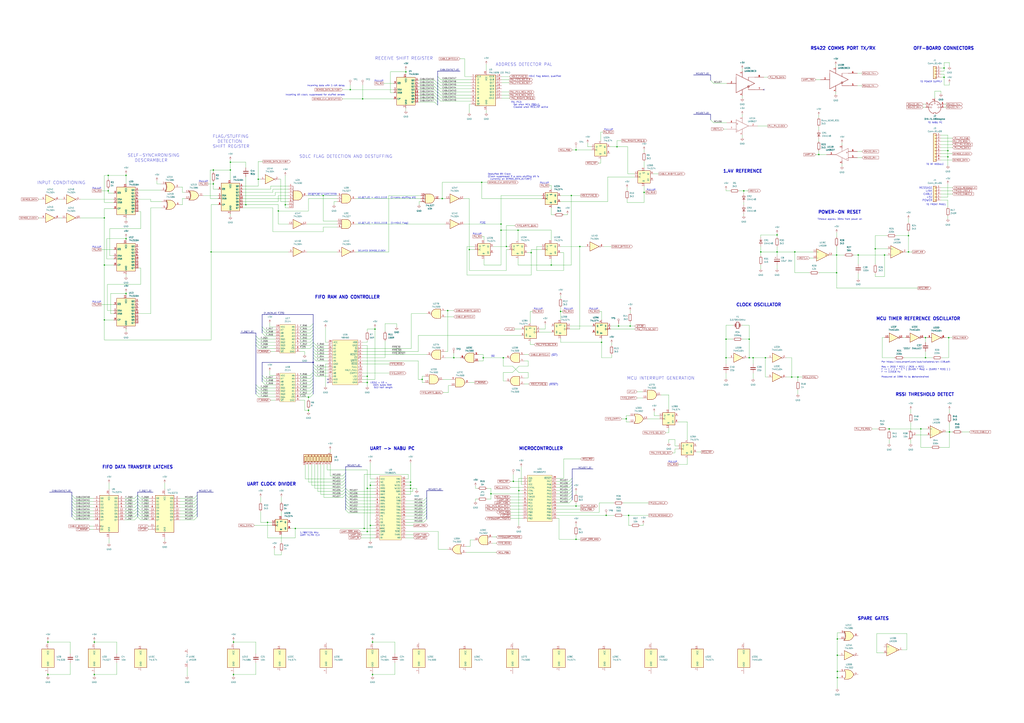
<source format=kicad_sch>
(kicad_sch (version 20230121) (generator eeschema)
  (paper "A1")
  (junction (at 85.725 217.805))
  (junction (at 103.505 196.215))
  (junction (at 528.955 158.115))
  (junction (at 103.505 241.3))
  (junction (at 473.075 123.19))
  (junction (at 652.78 207.01))
  (junction (at 628.65 294.005))
  (junction (at 730.25 352.425))
  (junction (at 497.84 423.545))
  (junction (at 395.605 149.86))
  (junction (at 687.07 209.55))
  (junction (at 372.745 294.005))
  (junction (at 367.665 255.27))
  (junction (at 775.335 55.88))
  (junction (at 191.77 554.355))
  (junction (at 173.355 207.01))
  (junction (at 175.26 139.7))
  (junction (at 494.03 281.305))
  (junction (at 265.43 160.655))
  (junction (at 638.175 193.04))
  (junction (at 201.93 168.275))
  (junction (at 436.245 207.645))
  (junction (at 506.73 120.65))
  (junction (at 473.075 443.23))
  (junction (at 421.64 395.605))
  (junction (at 779.78 354.965))
  (junction (at 297.815 81.28))
  (junction (at 301.625 309.245))
  (junction (at 189.23 139.7))
  (junction (at 411.48 189.23))
  (junction (at 473.075 415.925))
  (junction (at 301.625 401.32))
  (junction (at 257.175 297.815))
  (junction (at 85.725 262.89))
  (junction (at 415.925 202.565))
  (junction (at 516.255 423.545))
  (junction (at 234.315 168.275))
  (junction (at 301.625 436.88))
  (junction (at 426.085 403.225))
  (junction (at 596.265 278.765))
  (junction (at 610.87 156.845))
  (junction (at 624.84 207.01))
  (junction (at 103.505 144.145))
  (junction (at 301.625 314.325))
  (junction (at 760.095 277.495))
  (junction (at 778.51 123.825))
  (junction (at 385.445 205.105))
  (junction (at 615.315 278.765))
  (junction (at 242.57 434.34))
  (junction (at 718.82 204.47))
  (junction (at 39.37 527.685))
  (junction (at 638.175 207.01))
  (junction (at 672.465 127))
  (junction (at 596.265 294.005))
  (junction (at 85.725 179.07))
  (junction (at 305.943 527.685))
  (junction (at 650.24 309.88))
  (junction (at 746.125 207.01))
  (junction (at 77.47 527.685))
  (junction (at 175.26 151.13))
  (junction (at 346.71 311.785))
  (junction (at 219.71 429.26))
  (junction (at 88.9 144.145))
  (junction (at 687.705 556.895))
  (junction (at 452.755 217.805))
  (junction (at 425.45 189.23))
  (junction (at 476.25 202.565))
  (junction (at 304.165 398.78))
  (junction (at 287.655 73.66))
  (junction (at 212.09 147.32))
  (junction (at 775.335 63.5))
  (junction (at 363.22 163.195))
  (junction (at 687.705 525.145))
  (junction (at 756.285 352.425))
  (junction (at 726.44 209.55))
  (junction (at 253.365 326.39))
  (junction (at 760.095 294.005))
  (junction (at 411.48 184.15))
  (junction (at 39.37 554.355))
  (junction (at 77.47 554.355))
  (junction (at 253.365 337.185))
  (junction (at 403.225 405.765))
  (junction (at 514.35 344.17))
  (junction (at 687.705 551.815))
  (junction (at 704.85 209.55))
  (junction (at 189.23 133.35))
  (junction (at 778.51 128.905))
  (junction (at 655.32 309.88))
  (junction (at 305.943 554.355))
  (junction (at 299.085 434.34))
  (junction (at 508 267.97))
  (junction (at 687.07 224.155))
  (junction (at 779.145 277.495))
  (junction (at 460.375 255.905))
  (junction (at 469.265 160.655))
  (junction (at 615.315 294.005))
  (junction (at 88.9 156.845))
  (junction (at 333.375 59.055))
  (junction (at 618.49 294.005))
  (junction (at 191.77 527.685))
  (junction (at 517.525 267.97))
  (junction (at 687.705 538.48))
  (junction (at 337.185 396.24))
  (junction (at 337.185 401.32))
  (junction (at 396.875 294.005))
  (junction (at 746.125 193.675))
  (junction (at 228.6 173.355))
  (junction (at 337.185 398.78))
  (junction (at 304.165 431.8))
  (junction (at 307.975 270.51))
  (junction (at 413.385 294.005))
  (no_connect (at 269.24 314.325))
  (no_connect (at 627.38 73.66))
  (no_connect (at 269.24 311.785))
  (bus_entry (at 469.9 405.765) (size -2.54 2.54))
  (bus_entry (at 359.41 65.405) (size 2.54 2.54))
  (bus_entry (at 59.055 422.275) (size 2.54 2.54))
  (bus_entry (at 469.9 410.845) (size -2.54 2.54))
  (bus_entry (at 59.055 407.035) (size 2.54 2.54))
  (bus_entry (at 359.41 67.945) (size 2.54 2.54))
  (bus_entry (at 350.52 419.1) (size -2.54 2.54))
  (bus_entry (at 113.03 419.735) (size -2.54 2.54))
  (bus_entry (at 350.52 426.72) (size -2.54 2.54))
  (bus_entry (at 257.175 283.845) (size 2.54 2.54))
  (bus_entry (at 257.175 306.07) (size -2.54 2.54))
  (bus_entry (at 59.055 419.735) (size 2.54 2.54))
  (bus_entry (at 257.175 306.705) (size 2.54 2.54))
  (bus_entry (at 469.9 398.145) (size -2.54 2.54))
  (bus_entry (at 257.175 288.925) (size 2.54 2.54))
  (bus_entry (at 113.03 419.735) (size 2.54 2.54))
  (bus_entry (at 283.845 393.7) (size -2.54 2.54))
  (bus_entry (at 59.055 424.815) (size 2.54 2.54))
  (bus_entry (at 161.925 409.575) (size -2.54 2.54))
  (bus_entry (at 113.03 409.575) (size 2.54 2.54))
  (bus_entry (at 113.03 412.115) (size 2.54 2.54))
  (bus_entry (at 283.845 401.32) (size -2.54 2.54))
  (bus_entry (at 161.925 424.815) (size -2.54 2.54))
  (bus_entry (at 161.925 414.655) (size -2.54 2.54))
  (bus_entry (at 356.87 66.04) (size 2.54 2.54))
  (bus_entry (at 283.845 411.48) (size 2.54 2.54))
  (bus_entry (at 210.185 318.77) (size 2.54 2.54))
  (bus_entry (at 356.87 68.58) (size 2.54 2.54))
  (bus_entry (at 113.03 414.655) (size -2.54 2.54))
  (bus_entry (at 283.845 414.02) (size 2.54 2.54))
  (bus_entry (at 283.845 406.4) (size -2.54 2.54))
  (bus_entry (at 113.03 424.815) (size 2.54 2.54))
  (bus_entry (at 161.925 419.735) (size -2.54 2.54))
  (bus_entry (at 583.565 66.04) (size 2.54 2.54))
  (bus_entry (at 257.175 268.605) (size -2.54 2.54))
  (bus_entry (at 257.175 276.225) (size -2.54 2.54))
  (bus_entry (at 356.87 76.2) (size 2.54 2.54))
  (bus_entry (at 257.175 308.61) (size -2.54 2.54))
  (bus_entry (at 257.175 313.69) (size -2.54 2.54))
  (bus_entry (at 350.52 411.48) (size -2.54 2.54))
  (bus_entry (at 257.175 283.845) (size -2.54 2.54))
  (bus_entry (at 59.055 409.575) (size 2.54 2.54))
  (bus_entry (at 59.055 417.195) (size 2.54 2.54))
  (bus_entry (at 283.845 408.94) (size 2.54 2.54))
  (bus_entry (at 215.265 311.15) (size 2.54 2.54))
  (bus_entry (at 215.265 313.69) (size 2.54 2.54))
  (bus_entry (at 359.41 78.105) (size 2.54 2.54))
  (bus_entry (at 215.265 273.685) (size 2.54 2.54))
  (bus_entry (at 350.52 421.64) (size -2.54 2.54))
  (bus_entry (at 59.055 414.655) (size 2.54 2.54))
  (bus_entry (at 359.41 62.865) (size 2.54 2.54))
  (bus_entry (at 210.185 283.845) (size 2.54 2.54))
  (bus_entry (at 469.9 393.065) (size -2.54 2.54))
  (bus_entry (at 469.9 400.685) (size -2.54 2.54))
  (bus_entry (at 283.845 388.62) (size -2.54 2.54))
  (bus_entry (at 356.87 81.28) (size 2.54 2.54))
  (bus_entry (at 356.87 78.74) (size 2.54 2.54))
  (bus_entry (at 356.87 83.82) (size 2.54 2.54))
  (bus_entry (at 257.175 318.77) (size -2.54 2.54))
  (bus_entry (at 59.055 412.115) (size 2.54 2.54))
  (bus_entry (at 359.41 75.565) (size 2.54 2.54))
  (bus_entry (at 257.175 301.625) (size 2.54 2.54))
  (bus_entry (at 113.03 424.815) (size -2.54 2.54))
  (bus_entry (at 210.185 281.305) (size 2.54 2.54))
  (bus_entry (at 359.41 80.645) (size 2.54 2.54))
  (bus_entry (at 359.41 73.025) (size 2.54 2.54))
  (bus_entry (at 113.03 407.035) (size -2.54 2.54))
  (bus_entry (at 257.175 281.305) (size 2.54 2.54))
  (bus_entry (at 283.845 406.4) (size 2.54 2.54))
  (bus_entry (at 113.03 417.195) (size -2.54 2.54))
  (bus_entry (at 210.185 278.765) (size 2.54 2.54))
  (bus_entry (at 161.925 407.035) (size -2.54 2.54))
  (bus_entry (at 350.52 408.94) (size -2.54 2.54))
  (bus_entry (at 283.845 398.78) (size -2.54 2.54))
  (bus_entry (at 257.175 271.145) (size -2.54 2.54))
  (bus_entry (at 215.265 271.145) (size 2.54 2.54))
  (bus_entry (at 161.925 417.195) (size -2.54 2.54))
  (bus_entry (at 113.03 409.575) (size -2.54 2.54))
  (bus_entry (at 283.845 401.32) (size 2.54 2.54))
  (bus_entry (at 257.175 299.085) (size 2.54 2.54))
  (bus_entry (at 350.52 414.02) (size -2.54 2.54))
  (bus_entry (at 359.41 70.485) (size 2.54 2.54))
  (bus_entry (at 257.175 304.165) (size 2.54 2.54))
  (bus_entry (at 210.185 276.225) (size 2.54 2.54))
  (bus_entry (at 161.925 412.115) (size -2.54 2.54))
  (bus_entry (at 257.175 321.31) (size -2.54 2.54))
  (bus_entry (at 469.9 403.225) (size -2.54 2.54))
  (bus_entry (at 350.52 416.56) (size -2.54 2.54))
  (bus_entry (at 113.03 422.275) (size -2.54 2.54))
  (bus_entry (at 210.185 316.23) (size 2.54 2.54))
  (bus_entry (at 257.175 266.065) (size -2.54 2.54))
  (bus_entry (at 257.175 291.465) (size 2.54 2.54))
  (bus_entry (at 257.175 278.765) (size -2.54 2.54))
  (bus_entry (at 283.845 396.24) (size -2.54 2.54))
  (bus_entry (at 257.175 294.005) (size 2.54 2.54))
  (bus_entry (at 283.845 391.16) (size -2.54 2.54))
  (bus_entry (at 257.175 281.305) (size -2.54 2.54))
  (bus_entry (at 283.845 416.56) (size 2.54 2.54))
  (bus_entry (at 215.265 268.605) (size 2.54 2.54))
  (bus_entry (at 257.175 286.385) (size 2.54 2.54))
  (bus_entry (at 215.265 308.61) (size 2.54 2.54))
  (bus_entry (at 469.9 408.305) (size -2.54 2.54))
  (bus_entry (at 161.925 422.275) (size -2.54 2.54))
  (bus_entry (at 283.845 419.1) (size 2.54 2.54))
  (bus_entry (at 469.9 395.605) (size -2.54 2.54))
  (bus_entry (at 283.845 403.86) (size 2.54 2.54))
  (bus_entry (at 350.52 424.18) (size -2.54 2.54))
  (bus_entry (at 113.03 422.275) (size 2.54 2.54))
  (bus_entry (at 257.175 323.85) (size -2.54 2.54))
  (bus_entry (at 113.03 417.195) (size 2.54 2.54))
  (bus_entry (at 113.03 412.115) (size -2.54 2.54))
  (bus_entry (at 283.845 403.86) (size -2.54 2.54))
  (bus_entry (at 113.03 407.035) (size 2.54 2.54))
  (bus_entry (at 113.03 414.655) (size 2.54 2.54))
  (bus_entry (at 257.175 316.23) (size -2.54 2.54))
  (bus_entry (at 257.175 273.685) (size -2.54 2.54))
  (bus_entry (at 210.185 323.85) (size 2.54 2.54))
  (bus_entry (at 356.87 71.12) (size 2.54 2.54))
  (bus_entry (at 257.175 311.15) (size -2.54 2.54))
  (bus_entry (at 210.185 321.31) (size 2.54 2.54))
  (bus_entry (at 583.565 98.425) (size 2.54 2.54))
  (bus_entry (at 356.87 73.66) (size 2.54 2.54))
  (wire (pts (xy 779.78 51.435) (xy 779.78 54.61)))
  (wire (pts (xy 495.935 202.565) (xy 502.285 202.565)))
  (wire (pts (xy 462.915 222.25) (xy 440.69 222.25)))
  (bus (pts (xy 113.03 407.035) (xy 113.03 409.575)))
  (wire (pts (xy 758.19 88.265) (xy 760.095 88.265)))
  (wire (pts (xy 337.82 257.81) (xy 337.82 286.385)))
  (wire (pts (xy 528.955 158.115) (xy 528.955 166.37)))
  (bus (pts (xy 350.52 416.56) (xy 350.52 419.1)))
  (wire (pts (xy 459.105 426.085) (xy 459.105 443.23)))
  (wire (pts (xy 333.375 88.9) (xy 333.375 90.805)))
  (wire (pts (xy 121.92 432.435) (xy 122.555 432.435)))
  (wire (pts (xy 173.355 168.275) (xy 179.07 168.275)))
  (wire (pts (xy 179.07 163.195) (xy 172.72 163.195)))
  (wire (pts (xy 730.25 361.315) (xy 730.25 364.49)))
  (wire (pts (xy 361.95 70.485) (xy 386.715 70.485)))
  (wire (pts (xy 462.915 207.645) (xy 462.915 222.25)))
  (wire (pts (xy 83.185 250.19) (xy 93.345 250.19)))
  (wire (pts (xy 305.943 527.685) (xy 324.358 527.685)))
  (wire (pts (xy 189.23 139.7) (xy 189.23 147.955)))
  (wire (pts (xy 175.26 139.7) (xy 175.26 141.605)))
  (wire (pts (xy 586.105 100.965) (xy 596.9 100.965)))
  (wire (pts (xy 789.94 354.965) (xy 796.29 354.965)))
  (wire (pts (xy 213.995 429.26) (xy 219.71 429.26)))
  (wire (pts (xy 664.845 212.09) (xy 668.02 212.09)))
  (wire (pts (xy 87.63 212.725) (xy 87.63 196.215)))
  (wire (pts (xy 361.95 83.185) (xy 386.715 83.185)))
  (wire (pts (xy 528.955 132.715) (xy 528.955 137.795)))
  (wire (pts (xy 221.615 265.43) (xy 221.615 268.605)))
  (wire (pts (xy 167.005 160.655) (xy 179.07 160.655)))
  (wire (pts (xy 85.725 217.805) (xy 85.725 179.07)))
  (wire (pts (xy 730.25 352.425) (xy 756.285 352.425)))
  (wire (pts (xy 741.68 277.495) (xy 743.585 277.495)))
  (wire (pts (xy 363.22 149.86) (xy 395.605 149.86)))
  (wire (pts (xy 90.17 187.96) (xy 90.17 210.185)))
  (wire (pts (xy 691.515 134.62) (xy 691.515 136.525)))
  (wire (pts (xy 307.975 270.51) (xy 307.975 311.785)))
  (wire (pts (xy 772.795 154.305) (xy 782.32 154.305)))
  (wire (pts (xy 760.095 294.005) (xy 742.315 294.005)))
  (wire (pts (xy 337.82 257.81) (xy 350.52 257.81)))
  (wire (pts (xy 403.225 401.32) (xy 403.225 405.765)))
  (wire (pts (xy 102.235 412.115) (xy 110.49 412.115)))
  (wire (pts (xy 113.665 220.345) (xy 115.57 220.345)))
  (wire (pts (xy 386.715 85.725) (xy 385.445 85.725)))
  (wire (pts (xy 337.185 396.24) (xy 337.185 398.78)))
  (wire (pts (xy 638.175 193.04) (xy 638.175 194.945)))
  (wire (pts (xy 517.525 267.97) (xy 508 267.97)))
  (wire (pts (xy 66.04 163.83) (xy 93.345 163.83)))
  (bus (pts (xy 59.055 412.115) (xy 59.055 414.655)))
  (wire (pts (xy 457.2 413.385) (xy 467.36 413.385)))
  (wire (pts (xy 222.25 153.035) (xy 236.855 153.035)))
  (wire (pts (xy 764.54 367.665) (xy 756.285 367.665)))
  (wire (pts (xy 426.085 300.99) (xy 421.005 306.07)))
  (wire (pts (xy 39.37 554.355) (xy 39.37 555.625)))
  (wire (pts (xy 258.445 381.635) (xy 258.445 401.32)))
  (wire (pts (xy 554.355 366.395) (xy 556.895 366.395)))
  (wire (pts (xy 343.535 76.2) (xy 356.87 76.2)))
  (bus (pts (xy 113.03 414.655) (xy 113.03 417.195)))
  (wire (pts (xy 259.715 309.245) (xy 269.24 309.245)))
  (wire (pts (xy 250.19 288.925) (xy 250.19 291.465)))
  (wire (pts (xy 307.975 436.88) (xy 301.625 436.88)))
  (wire (pts (xy 689.61 551.815) (xy 687.705 551.815)))
  (wire (pts (xy 744.855 534.035) (xy 741.045 534.035)))
  (bus (pts (xy 469.9 405.765) (xy 469.9 408.305)))
  (wire (pts (xy 502.285 294.005) (xy 494.03 294.005)))
  (wire (pts (xy 772.795 111.125) (xy 778.51 111.125)))
  (wire (pts (xy 772.795 76.835) (xy 772.795 74.93)))
  (wire (pts (xy 419.1 400.685) (xy 429.26 400.685)))
  (wire (pts (xy 234.315 170.815) (xy 234.315 168.275)))
  (wire (pts (xy 425.45 212.725) (xy 425.45 217.805)))
  (wire (pts (xy 596.265 278.765) (xy 596.265 294.005)))
  (wire (pts (xy 467.995 267.97) (xy 486.41 267.97)))
  (wire (pts (xy 610.87 156.845) (xy 610.87 158.75)))
  (wire (pts (xy 226.06 308.61) (xy 221.615 308.61)))
  (bus (pts (xy 210.185 281.305) (xy 210.185 283.845)))
  (wire (pts (xy 88.9 158.75) (xy 88.9 156.845)))
  (bus (pts (xy 161.925 412.115) (xy 161.925 414.655)))
  (wire (pts (xy 110.49 409.575) (xy 102.235 409.575)))
  (wire (pts (xy 61.595 414.655) (xy 76.835 414.655)))
  (wire (pts (xy 476.25 202.565) (xy 480.695 202.565)))
  (wire (pts (xy 367.665 451.485) (xy 360.045 451.485)))
  (wire (pts (xy 396.875 294.005) (xy 413.385 294.005)))
  (wire (pts (xy 433.705 306.07) (xy 426.085 306.07)))
  (wire (pts (xy 473.075 443.23) (xy 459.105 443.23)))
  (wire (pts (xy 343.535 78.74) (xy 356.87 78.74)))
  (wire (pts (xy 596.265 156.845) (xy 596.265 155.575)))
  (wire (pts (xy 307.975 311.785) (xy 297.815 311.785)))
  (wire (pts (xy 760.095 277.495) (xy 761.365 277.495)))
  (wire (pts (xy 316.23 266.065) (xy 316.23 272.415)))
  (wire (pts (xy 395.605 163.195) (xy 445.135 163.195)))
  (bus (pts (xy 359.41 75.565) (xy 359.41 73.66)))
  (wire (pts (xy 775.335 58.42) (xy 775.335 55.88)))
  (wire (pts (xy 88.265 233.68) (xy 88.265 255.27)))
  (wire (pts (xy 704.215 60.325) (xy 708.025 60.325)))
  (wire (pts (xy 173.355 279.4) (xy 173.355 207.01)))
  (wire (pts (xy 775.335 63.5) (xy 775.335 69.85)))
  (bus (pts (xy 359.41 65.405) (xy 359.41 62.865)))
  (wire (pts (xy 365.76 255.27) (xy 367.665 255.27)))
  (wire (pts (xy 773.43 294.005) (xy 779.145 294.005)))
  (wire (pts (xy 102.235 417.195) (xy 110.49 417.195)))
  (wire (pts (xy 292.1 163.195) (xy 345.44 163.195)))
  (bus (pts (xy 257.175 268.605) (xy 257.175 266.065)))
  (wire (pts (xy 199.39 168.275) (xy 201.93 168.275)))
  (wire (pts (xy 438.785 283.21) (xy 435.61 283.21)))
  (wire (pts (xy 153.67 548.64) (xy 153.67 555.625)))
  (wire (pts (xy 689.61 538.48) (xy 687.705 538.48)))
  (wire (pts (xy 728.345 352.425) (xy 730.25 352.425)))
  (wire (pts (xy 704.215 70.485) (xy 708.025 70.485)))
  (wire (pts (xy 775.335 51.435) (xy 779.78 51.435)))
  (wire (pts (xy 271.145 391.16) (xy 281.305 391.16)))
  (wire (pts (xy 365.76 294.005) (xy 372.745 294.005)))
  (wire (pts (xy 650.24 309.88) (xy 655.32 309.88)))
  (bus (pts (xy 569.595 93.98) (xy 583.565 93.98)))
  (bus (pts (xy 257.175 297.815) (xy 257.175 299.085)))
  (wire (pts (xy 775.335 55.88) (xy 775.335 51.435)))
  (wire (pts (xy 253.365 337.185) (xy 253.365 338.455)))
  (wire (pts (xy 718.82 224.79) (xy 718.82 227.33)))
  (bus (pts (xy 161.925 417.195) (xy 161.925 419.735)))
  (wire (pts (xy 266.065 381.635) (xy 266.065 408.94)))
  (wire (pts (xy 385.445 85.725) (xy 385.445 92.71)))
  (wire (pts (xy 411.48 160.655) (xy 411.48 184.15)))
  (wire (pts (xy 267.335 281.305) (xy 267.335 269.24)))
  (wire (pts (xy 199.39 158.115) (xy 224.155 158.115)))
  (wire (pts (xy 385.445 163.195) (xy 381 163.195)))
  (wire (pts (xy 459.105 426.085) (xy 457.2 426.085)))
  (wire (pts (xy 228.6 160.655) (xy 236.855 160.655)))
  (wire (pts (xy 149.86 153.67) (xy 149.86 158.115)))
  (bus (pts (xy 359.41 78.105) (xy 359.41 76.2)))
  (wire (pts (xy 624.84 217.805) (xy 624.84 220.98)))
  (wire (pts (xy 77.47 554.355) (xy 77.47 555.625)))
  (wire (pts (xy 212.09 147.32) (xy 212.09 153.035)))
  (bus (pts (xy 359.41 76.2) (xy 359.41 75.565)))
  (wire (pts (xy 201.93 145.415) (xy 201.93 168.275)))
  (wire (pts (xy 299.085 389.89) (xy 335.28 389.89)))
  (wire (pts (xy 325.755 268.605) (xy 325.755 266.065)))
  (wire (pts (xy 493.395 108.585) (xy 495.3 108.585)))
  (wire (pts (xy 259.715 304.165) (xy 269.24 304.165)))
  (wire (pts (xy 457.2 405.765) (xy 467.36 405.765)))
  (wire (pts (xy 222.25 328.93) (xy 226.06 328.93)))
  (wire (pts (xy 363.22 163.195) (xy 365.76 163.195)))
  (bus (pts (xy 359.41 68.58) (xy 359.41 67.945)))
  (wire (pts (xy 242.57 434.34) (xy 242.57 441.96)))
  (wire (pts (xy 246.38 271.145) (xy 254.635 271.145)))
  (wire (pts (xy 390.525 410.21) (xy 390.525 412.115)))
  (wire (pts (xy 39.37 526.415) (xy 39.37 527.685)))
  (bus (pts (xy 257.175 316.23) (xy 257.175 318.77)))
  (wire (pts (xy 103.505 194.945) (xy 103.505 196.215)))
  (wire (pts (xy 469.265 160.655) (xy 476.885 160.655)))
  (wire (pts (xy 271.145 391.16) (xy 271.145 381.635)))
  (wire (pts (xy 687.07 236.855) (xy 753.745 236.855)))
  (wire (pts (xy 772.795 121.285) (xy 782.32 121.285)))
  (wire (pts (xy 386.08 443.865) (xy 386.08 448.945)))
  (wire (pts (xy 191.77 553.72) (xy 191.77 554.355)))
  (wire (pts (xy 772.795 60.96) (xy 775.335 60.96)))
  (wire (pts (xy 672.465 224.155) (xy 687.07 224.155)))
  (wire (pts (xy 469.265 160.655) (xy 469.265 217.805)))
  (wire (pts (xy 650.24 294.005) (xy 650.24 309.88)))
  (wire (pts (xy 405.13 202.565) (xy 415.925 202.565)))
  (wire (pts (xy 292.1 207.01) (xy 319.405 207.01)))
  (wire (pts (xy 564.515 346.71) (xy 556.895 346.71)))
  (wire (pts (xy 286.385 419.1) (xy 307.975 419.1)))
  (wire (pts (xy 333.375 398.78) (xy 337.185 398.78)))
  (wire (pts (xy 224.155 158.115) (xy 224.155 155.575)))
  (wire (pts (xy 189.23 175.895) (xy 189.23 177.8)))
  (wire (pts (xy 246.38 273.685) (xy 254.635 273.685)))
  (bus (pts (xy 469.9 393.065) (xy 469.9 385.445)))
  (wire (pts (xy 360.68 163.195) (xy 363.22 163.195)))
  (wire (pts (xy 301.625 386.08) (xy 301.625 401.32)))
  (wire (pts (xy 103.505 225.425) (xy 103.505 227.33)))
  (wire (pts (xy 497.84 423.545) (xy 504.19 423.545)))
  (wire (pts (xy 172.72 163.195) (xy 172.72 139.7)))
  (wire (pts (xy 132.08 151.13) (xy 128.905 151.13)))
  (wire (pts (xy 225.425 455.93) (xy 231.14 455.93)))
  (wire (pts (xy 506.73 120.65) (xy 515.62 120.65)))
  (wire (pts (xy 440.69 202.565) (xy 445.135 202.565)))
  (wire (pts (xy 397.51 194.31) (xy 397.51 197.485)))
  (wire (pts (xy 779.78 354.965) (xy 782.32 354.965)))
  (wire (pts (xy 212.725 323.85) (xy 226.06 323.85)))
  (wire (pts (xy 433.705 296.545) (xy 433.705 300.99)))
  (bus (pts (xy 257.175 304.165) (xy 257.175 306.07)))
  (wire (pts (xy 253.365 173.355) (xy 253.365 163.195)))
  (wire (pts (xy 225.425 451.485) (xy 225.425 455.93)))
  (wire (pts (xy 113.665 156.21) (xy 132.08 156.21)))
  (wire (pts (xy 473.075 431.165) (xy 473.075 432.435)))
  (wire (pts (xy 779.78 347.345) (xy 779.78 354.965)))
  (wire (pts (xy 132.715 165.735) (xy 123.825 165.735)))
  (wire (pts (xy 297.815 81.28) (xy 323.215 81.28)))
  (wire (pts (xy 88.9 144.145) (xy 103.505 144.145)))
  (wire (pts (xy 90.805 257.81) (xy 90.805 241.3)))
  (wire (pts (xy 701.04 209.55) (xy 704.85 209.55)))
  (bus (pts (xy 210.185 276.225) (xy 210.185 278.765)))
  (wire (pts (xy 645.795 309.88) (xy 650.24 309.88)))
  (wire (pts (xy 549.275 324.485) (xy 549.275 336.55)))
  (wire (pts (xy 281.305 73.66) (xy 287.655 73.66)))
  (wire (pts (xy 172.72 139.7) (xy 175.26 139.7)))
  (wire (pts (xy 572.135 371.475) (xy 575.945 371.475)))
  (bus (pts (xy 59.055 417.195) (xy 59.055 419.735)))
  (wire (pts (xy 514.35 346.71) (xy 516.89 346.71)))
  (wire (pts (xy 217.805 273.685) (xy 226.06 273.685)))
  (wire (pts (xy 421.005 306.07) (xy 413.385 306.07)))
  (wire (pts (xy 610.87 175.895) (xy 610.87 177.165)))
  (bus (pts (xy 257.175 266.065) (xy 257.175 258.445)))
  (wire (pts (xy 266.065 408.94) (xy 281.305 408.94)))
  (wire (pts (xy 397.51 212.725) (xy 397.51 217.805)))
  (bus (pts (xy 283.845 396.24) (xy 283.845 393.7)))
  (wire (pts (xy 335.28 389.89) (xy 335.28 393.7)))
  (bus (pts (xy 161.925 414.655) (xy 161.925 417.195)))
  (wire (pts (xy 85.725 179.07) (xy 85.725 171.45)))
  (wire (pts (xy 363.855 311.785) (xy 370.205 311.785)))
  (bus (pts (xy 257.175 301.625) (xy 257.175 304.165)))
  (wire (pts (xy 343.535 275.59) (xy 343.535 288.925)))
  (wire (pts (xy 191.77 527.685) (xy 191.77 528.32)))
  (wire (pts (xy 212.725 283.845) (xy 226.06 283.845)))
  (bus (pts (xy 257.175 311.15) (xy 257.175 313.69)))
  (wire (pts (xy 246.38 286.385) (xy 254.635 286.385)))
  (wire (pts (xy 618.49 294.005) (xy 628.65 294.005)))
  (wire (pts (xy 115.57 414.655) (xy 122.555 414.655)))
  (bus (pts (xy 257.175 294.005) (xy 257.175 291.465)))
  (wire (pts (xy 772.16 367.665) (xy 779.78 367.665)))
  (wire (pts (xy 147.955 417.195) (xy 159.385 417.195)))
  (wire (pts (xy 452.755 152.4) (xy 452.755 155.575)))
  (wire (pts (xy 246.38 311.15) (xy 254.635 311.15)))
  (wire (pts (xy 173.355 168.275) (xy 173.355 207.01)))
  (wire (pts (xy 415.925 205.105) (xy 417.83 205.105)))
  (wire (pts (xy 655.32 309.88) (xy 655.32 313.055)))
  (bus (pts (xy 113.03 422.275) (xy 113.03 419.735)))
  (wire (pts (xy 250.19 328.93) (xy 250.19 337.185)))
  (wire (pts (xy 210.185 554.355) (xy 210.185 544.83)))
  (bus (pts (xy 113.03 404.495) (xy 125.73 404.495)))
  (wire (pts (xy 469.265 217.805) (xy 452.755 217.805)))
  (wire (pts (xy 452.755 176.53) (xy 452.755 170.815)))
  (wire (pts (xy 460.375 262.89) (xy 460.375 255.905)))
  (bus (pts (xy 283.845 419.1) (xy 283.845 416.56)))
  (wire (pts (xy 297.815 299.085) (xy 320.04 299.085)))
  (wire (pts (xy 339.09 401.32) (xy 342.265 401.32)))
  (wire (pts (xy 415.925 222.25) (xy 415.925 205.105)))
  (wire (pts (xy 638.175 207.01) (xy 638.175 210.185)))
  (wire (pts (xy 514.985 166.37) (xy 528.955 166.37)))
  (wire (pts (xy 271.145 369.57) (xy 271.145 371.475)))
  (wire (pts (xy 102.235 419.735) (xy 110.49 419.735)))
  (wire (pts (xy 473.075 123.19) (xy 485.775 123.19)))
  (wire (pts (xy 337.185 401.32) (xy 333.375 401.32)))
  (bus (pts (xy 257.175 271.145) (xy 257.175 268.605)))
  (wire (pts (xy 638.175 217.805) (xy 638.175 220.98)))
  (wire (pts (xy 443.23 273.05) (xy 452.755 273.05)))
  (wire (pts (xy 39.37 527.685) (xy 39.37 528.32)))
  (bus (pts (xy 257.175 318.77) (xy 257.175 321.31)))
  (wire (pts (xy 217.805 276.225) (xy 226.06 276.225)))
  (wire (pts (xy 532.13 344.17) (xy 541.655 344.17)))
  (wire (pts (xy 368.3 322.58) (xy 368.3 316.865)))
  (wire (pts (xy 246.38 316.23) (xy 254.635 316.23)))
  (bus (pts (xy 257.175 286.385) (xy 257.175 283.845)))
  (wire (pts (xy 199.39 155.575) (xy 222.25 155.575)))
  (bus (pts (xy 283.845 411.48) (xy 283.845 408.94)))
  (wire (pts (xy 48.895 179.07) (xy 50.8 179.07)))
  (wire (pts (xy 433.705 310.515) (xy 430.53 310.515)))
  (wire (pts (xy 457.2 403.225) (xy 467.36 403.225)))
  (wire (pts (xy 85.725 217.805) (xy 85.725 262.89)))
  (wire (pts (xy 93.345 158.75) (xy 88.9 158.75)))
  (wire (pts (xy 252.095 160.655) (xy 265.43 160.655)))
  (wire (pts (xy 93.345 166.37) (xy 85.725 166.37)))
  (wire (pts (xy 147.955 427.355) (xy 159.385 427.355)))
  (wire (pts (xy 252.095 184.15) (xy 276.86 184.15)))
  (wire (pts (xy 614.045 294.005) (xy 615.315 294.005)))
  (wire (pts (xy 77.47 527.685) (xy 95.885 527.685)))
  (wire (pts (xy 208.915 431.8) (xy 223.52 431.8)))
  (wire (pts (xy 765.81 294.005) (xy 760.095 294.005)))
  (wire (pts (xy 466.09 176.53) (xy 466.09 175.895)))
  (wire (pts (xy 778.51 177.8) (xy 778.51 179.705)))
  (bus (pts (xy 161.925 422.275) (xy 161.925 424.815)))
  (wire (pts (xy 435.61 255.905) (xy 437.515 255.905)))
  (bus (pts (xy 210.185 321.31) (xy 210.185 323.85)))
  (wire (pts (xy 297.815 283.845) (xy 301.625 283.845)))
  (wire (pts (xy 501.015 120.65) (xy 506.73 120.65)))
  (wire (pts (xy 457.2 423.545) (xy 497.84 423.545)))
  (wire (pts (xy 381.635 48.26) (xy 377.825 48.26)))
  (wire (pts (xy 304.165 396.24) (xy 304.165 398.78)))
  (wire (pts (xy 412.115 62.865) (xy 418.465 62.865)))
  (wire (pts (xy 718.82 204.47) (xy 718.82 217.17)))
  (wire (pts (xy 381.635 62.865) (xy 386.715 62.865)))
  (wire (pts (xy 718.82 227.33) (xy 726.44 227.33)))
  (wire (pts (xy 93.345 212.725) (xy 87.63 212.725)))
  (wire (pts (xy 492.125 255.905) (xy 494.03 255.905)))
  (wire (pts (xy 542.925 324.485) (xy 549.275 324.485)))
  (wire (pts (xy 89.535 396.875) (xy 89.535 401.955)))
  (wire (pts (xy 726.44 209.55) (xy 728.98 209.55)))
  (wire (pts (xy 77.47 553.72) (xy 77.47 554.355)))
  (wire (pts (xy 609.6 78.74) (xy 609.6 80.645)))
  (wire (pts (xy 217.805 316.23) (xy 226.06 316.23)))
  (wire (pts (xy 628.65 294.005) (xy 628.65 309.88)))
  (wire (pts (xy 305.943 526.415) (xy 305.943 527.685)))
  (wire (pts (xy 246.38 288.925) (xy 250.19 288.925)))
  (wire (pts (xy 508 267.97) (xy 501.65 267.97)))
  (bus (pts (xy 350.52 424.18) (xy 350.52 426.72)))
  (wire (pts (xy 772.795 58.42) (xy 775.335 58.42)))
  (bus (pts (xy 161.925 404.495) (xy 161.925 407.035)))
  (wire (pts (xy 253.365 163.195) (xy 276.86 163.195)))
  (wire (pts (xy 372.745 260.35) (xy 365.76 260.35)))
  (wire (pts (xy 367.665 255.27) (xy 367.665 288.925)))
  (wire (pts (xy 460.375 252.73) (xy 460.375 255.905)))
  (wire (pts (xy 339.09 403.86) (xy 339.09 401.32)))
  (wire (pts (xy 85.725 144.145) (xy 88.9 144.145)))
  (wire (pts (xy 395.605 149.86) (xy 395.605 163.195)))
  (wire (pts (xy 224.155 155.575) (xy 236.855 155.575)))
  (bus (pts (xy 257.175 273.685) (xy 257.175 271.145)))
  (wire (pts (xy 304.165 393.7) (xy 307.975 393.7)))
  (wire (pts (xy 772.795 118.745) (xy 782.32 118.745)))
  (bus (pts (xy 59.055 414.655) (xy 59.055 417.195)))
  (wire (pts (xy 460.375 281.305) (xy 494.03 281.305)))
  (wire (pts (xy 115.57 417.195) (xy 122.555 417.195)))
  (wire (pts (xy 221.615 308.61) (xy 221.615 304.8)))
  (wire (pts (xy 473.075 403.86) (xy 473.075 405.765)))
  (wire (pts (xy 447.675 270.51) (xy 447.675 266.7)))
  (wire (pts (xy 385.445 163.195) (xy 385.445 205.105)))
  (wire (pts (xy 295.91 436.88) (xy 301.625 436.88)))
  (wire (pts (xy 494.03 255.905) (xy 494.03 262.89)))
  (wire (pts (xy 652.78 224.155) (xy 652.78 207.01)))
  (wire (pts (xy 57.785 527.685) (xy 57.785 537.21)))
  (wire (pts (xy 412.115 65.405) (xy 418.465 65.405)))
  (wire (pts (xy 473.075 415.925) (xy 476.885 415.925)))
  (wire (pts (xy 772.795 131.445) (xy 782.32 131.445)))
  (wire (pts (xy 115.57 427.355) (xy 122.555 427.355)))
  (wire (pts (xy 191.77 526.415) (xy 191.77 527.685)))
  (wire (pts (xy 523.24 321.945) (xy 527.685 321.945)))
  (wire (pts (xy 253.365 335.915) (xy 253.365 337.185)))
  (wire (pts (xy 624.84 193.04) (xy 638.175 193.04)))
  (wire (pts (xy 286.385 416.56) (xy 307.975 416.56)))
  (wire (pts (xy 250.19 337.185) (xy 253.365 337.185)))
  (wire (pts (xy 115.57 419.735) (xy 122.555 419.735)))
  (bus (pts (xy 283.845 398.78) (xy 283.845 401.32)))
  (wire (pts (xy 407.67 441.325) (xy 404.495 441.325)))
  (wire (pts (xy 718.82 193.675) (xy 718.82 204.47)))
  (wire (pts (xy 772.795 159.385) (xy 782.32 159.385)))
  (bus (pts (xy 257.175 291.465) (xy 257.175 288.925)))
  (wire (pts (xy 775.335 88.265) (xy 777.24 88.265)))
  (wire (pts (xy 102.235 414.655) (xy 110.49 414.655)))
  (wire (pts (xy 276.86 165.735) (xy 274.32 165.735)))
  (wire (pts (xy 686.435 53.34) (xy 686.435 55.245)))
  (wire (pts (xy 343.535 311.785) (xy 346.71 311.785)))
  (wire (pts (xy 31.75 179.07) (xy 33.655 179.07)))
  (wire (pts (xy 230.505 165.735) (xy 236.855 165.735)))
  (wire (pts (xy 772.795 123.825) (xy 778.51 123.825)))
  (wire (pts (xy 517.525 264.795) (xy 517.525 267.97)))
  (wire (pts (xy 135.255 442.595) (xy 135.255 444.5)))
  (wire (pts (xy 397.51 217.805) (xy 411.48 217.805)))
  (wire (pts (xy 367.665 288.925) (xy 365.76 288.925)))
  (wire (pts (xy 147.955 412.115) (xy 159.385 412.115)))
  (wire (pts (xy 147.955 409.575) (xy 159.385 409.575)))
  (bus (pts (xy 59.055 407.035) (xy 59.055 409.575)))
  (wire (pts (xy 85.725 279.4) (xy 173.355 279.4)))
  (bus (pts (xy 215.265 297.815) (xy 257.175 297.815)))
  (wire (pts (xy 259.715 283.845) (xy 269.24 283.845)))
  (wire (pts (xy 48.895 163.83) (xy 50.8 163.83)))
  (wire (pts (xy 123.825 165.735) (xy 123.825 163.83)))
  (wire (pts (xy 201.93 137.795) (xy 201.93 133.35)))
  (wire (pts (xy 191.77 527.685) (xy 210.185 527.685)))
  (wire (pts (xy 286.385 414.02) (xy 307.975 414.02)))
  (wire (pts (xy 556.895 381.635) (xy 564.515 381.635)))
  (bus (pts (xy 359.41 58.42) (xy 359.41 62.865)))
  (wire (pts (xy 462.915 377.19) (xy 462.915 393.065)))
  (wire (pts (xy 286.385 411.48) (xy 307.975 411.48)))
  (wire (pts (xy 297.815 294.005) (xy 316.23 294.005)))
  (wire (pts (xy 693.42 209.55) (xy 687.07 209.55)))
  (wire (pts (xy 191.77 554.355) (xy 191.77 555.625)))
  (wire (pts (xy 361.95 73.025) (xy 386.715 73.025)))
  (wire (pts (xy 419.1 413.385) (xy 429.26 413.385)))
  (bus (pts (xy 40.64 404.495) (xy 59.055 404.495)))
  (bus (pts (xy 283.845 406.4) (xy 283.845 403.86)))
  (wire (pts (xy 596.265 294.005) (xy 596.265 299.085)))
  (bus (pts (xy 359.41 73.025) (xy 359.41 71.12)))
  (wire (pts (xy 325.755 266.065) (xy 316.23 266.065)))
  (wire (pts (xy 246.38 268.605) (xy 254.635 268.605)))
  (wire (pts (xy 485.775 120.65) (xy 482.6 120.65)))
  (bus (pts (xy 257.175 283.845) (xy 257.175 281.305)))
  (wire (pts (xy 687.07 236.855) (xy 687.07 224.155)))
  (wire (pts (xy 189.23 131.445) (xy 189.23 133.35)))
  (wire (pts (xy 346.71 309.245) (xy 348.615 309.245)))
  (wire (pts (xy 343.535 275.59) (xy 427.99 275.59)))
  (wire (pts (xy 333.375 439.42) (xy 339.725 439.42)))
  (wire (pts (xy 115.57 409.575) (xy 122.555 409.575)))
  (wire (pts (xy 594.36 106.045) (xy 596.9 106.045)))
  (wire (pts (xy 718.82 204.47) (xy 728.98 204.47)))
  (wire (pts (xy 307.975 434.34) (xy 299.085 434.34)))
  (wire (pts (xy 669.925 65.405) (xy 673.735 65.405)))
  (wire (pts (xy 115.57 187.96) (xy 90.17 187.96)))
  (wire (pts (xy 433.07 207.645) (xy 436.245 207.645)))
  (wire (pts (xy 301.625 270.51) (xy 307.975 270.51)))
  (wire (pts (xy 39.37 553.72) (xy 39.37 554.355)))
  (wire (pts (xy 450.85 152.4) (xy 452.755 152.4)))
  (bus (pts (xy 113.03 422.275) (xy 113.03 424.815)))
  (wire (pts (xy 413.385 294.005) (xy 413.385 300.99)))
  (bus (pts (xy 257.175 308.61) (xy 257.175 311.15)))
  (wire (pts (xy 724.535 277.495) (xy 726.44 277.495)))
  (bus (pts (xy 359.41 83.82) (xy 359.41 81.28)))
  (wire (pts (xy 433.705 300.99) (xy 426.085 300.99)))
  (wire (pts (xy 304.165 431.8) (xy 304.165 444.5)))
  (wire (pts (xy 61.595 427.355) (xy 76.835 427.355)))
  (bus (pts (xy 350.52 419.1) (xy 350.52 421.64)))
  (wire (pts (xy 457.2 408.305) (xy 467.36 408.305)))
  (wire (pts (xy 61.595 412.115) (xy 76.835 412.115)))
  (wire (pts (xy 412.115 80.645) (xy 418.465 80.645)))
  (wire (pts (xy 473.075 123.19) (xy 473.075 121.285)))
  (wire (pts (xy 718.82 193.675) (xy 728.345 193.675)))
  (wire (pts (xy 83.185 156.845) (xy 88.9 156.845)))
  (wire (pts (xy 363.22 149.86) (xy 363.22 163.195)))
  (bus (pts (xy 359.41 80.645) (xy 359.41 78.74)))
  (wire (pts (xy 564.515 346.71) (xy 564.515 361.315)))
  (wire (pts (xy 333.375 59.055) (xy 333.375 57.15)))
  (wire (pts (xy 343.535 73.66) (xy 356.87 73.66)))
  (wire (pts (xy 263.525 406.4) (xy 263.525 381.635)))
  (wire (pts (xy 323.215 76.2) (xy 320.675 76.2)))
  (wire (pts (xy 411.48 184.15) (xy 411.48 189.23)))
  (wire (pts (xy 772.795 156.845) (xy 782.32 156.845)))
  (wire (pts (xy 113.665 173.99) (xy 115.57 173.99)))
  (wire (pts (xy 514.35 344.17) (xy 514.35 346.71)))
  (bus (pts (xy 583.565 61.595) (xy 583.565 66.04)))
  (wire (pts (xy 514.985 163.83) (xy 514.985 166.37)))
  (wire (pts (xy 115.57 412.115) (xy 122.555 412.115)))
  (wire (pts (xy 528.955 153.035) (xy 528.955 158.115)))
  (wire (pts (xy 115.57 424.815) (xy 122.555 424.815)))
  (wire (pts (xy 83.185 205.105) (xy 93.345 205.105)))
  (bus (pts (xy 283.845 408.94) (xy 283.845 406.4)))
  (wire (pts (xy 149.86 168.275) (xy 149.86 163.195)))
  (wire (pts (xy 494.03 294.005) (xy 494.03 281.305)))
  (bus (pts (xy 59.055 422.275) (xy 59.055 424.815)))
  (wire (pts (xy 460.375 278.13) (xy 460.375 281.305)))
  (wire (pts (xy 607.06 156.845) (xy 610.87 156.845)))
  (wire (pts (xy 687.07 209.55) (xy 687.07 224.155)))
  (wire (pts (xy 333.375 411.48) (xy 347.98 411.48)))
  (bus (pts (xy 215.265 268.605) (xy 215.265 271.145)))
  (bus (pts (xy 113.03 419.735) (xy 113.03 417.195)))
  (wire (pts (xy 381.635 48.26) (xy 381.635 62.865)))
  (wire (pts (xy 521.335 270.51) (xy 501.65 270.51)))
  (wire (pts (xy 343.535 81.28) (xy 356.87 81.28)))
  (bus (pts (xy 215.265 311.15) (xy 215.265 308.61)))
  (wire (pts (xy 672.465 104.14) (xy 672.465 106.68)))
  (wire (pts (xy 346.71 314.325) (xy 346.71 311.785)))
  (wire (pts (xy 123.825 163.83) (xy 113.665 163.83)))
  (wire (pts (xy 115.57 422.275) (xy 122.555 422.275)))
  (wire (pts (xy 226.06 160.655) (xy 226.06 158.115)))
  (bus (pts (xy 257.175 299.085) (xy 257.175 301.625)))
  (wire (pts (xy 426.085 431.8) (xy 426.085 403.225)))
  (wire (pts (xy 778.51 164.465) (xy 778.51 170.18)))
  (wire (pts (xy 269.24 281.305) (xy 267.335 281.305)))
  (wire (pts (xy 515.62 120.65) (xy 515.62 142.875)))
  (wire (pts (xy 435.61 280.67) (xy 435.61 283.21)))
  (wire (pts (xy 415.925 222.25) (xy 385.445 222.25)))
  (bus (pts (xy 283.845 403.86) (xy 283.845 401.32)))
  (bus (pts (xy 283.845 383.54) (xy 283.845 388.62)))
  (bus (pts (xy 257.175 294.005) (xy 257.175 297.815)))
  (wire (pts (xy 396.875 294.005) (xy 396.875 291.465)))
  (wire (pts (xy 746.125 193.675) (xy 746.125 207.01)))
  (wire (pts (xy 528.955 158.115) (xy 530.225 158.115)))
  (wire (pts (xy 252.095 207.01) (xy 276.86 207.01)))
  (bus (pts (xy 359.41 67.945) (xy 359.41 65.405)))
  (wire (pts (xy 492.125 421.005) (xy 457.2 421.005)))
  (wire (pts (xy 297.815 306.705) (xy 320.04 306.705)))
  (wire (pts (xy 772.795 113.665) (xy 782.32 113.665)))
  (wire (pts (xy 333.375 396.24) (xy 337.185 396.24)))
  (wire (pts (xy 385.445 205.105) (xy 385.445 222.25)))
  (wire (pts (xy 361.95 75.565) (xy 386.715 75.565)))
  (wire (pts (xy 772.795 164.465) (xy 778.51 164.465)))
  (wire (pts (xy 301.625 401.32) (xy 301.625 436.88)))
  (wire (pts (xy 73.66 434.975) (xy 76.835 434.975)))
  (wire (pts (xy 455.295 176.53) (xy 452.755 176.53)))
  (wire (pts (xy 546.735 355.6) (xy 549.275 355.6)))
  (wire (pts (xy 704.215 124.46) (xy 708.025 124.46)))
  (wire (pts (xy 436.245 205.105) (xy 436.245 207.645)))
  (wire (pts (xy 564.515 376.555) (xy 564.515 381.635)))
  (wire (pts (xy 242.57 434.34) (xy 299.085 434.34)))
  (wire (pts (xy 460.375 202.565) (xy 476.25 202.565)))
  (wire (pts (xy 93.345 257.81) (xy 90.805 257.81)))
  (wire (pts (xy 297.815 314.325) (xy 301.625 314.325)))
  (bus (pts (xy 210.185 273.685) (xy 210.185 276.225)))
  (wire (pts (xy 687.07 209.55) (xy 683.26 209.55)))
  (wire (pts (xy 297.815 288.925) (xy 343.535 288.925)))
  (wire (pts (xy 77.47 526.415) (xy 77.47 527.685)))
  (wire (pts (xy 102.235 427.355) (xy 110.49 427.355)))
  (wire (pts (xy 430.53 315.595) (xy 434.34 315.595)))
  (wire (pts (xy 301.625 309.245) (xy 301.625 314.325)))
  (wire (pts (xy 85.725 171.45) (xy 93.345 171.45)))
  (wire (pts (xy 689.61 520.065) (xy 687.705 520.065)))
  (wire (pts (xy 189.23 133.35) (xy 201.93 133.35)))
  (wire (pts (xy 392.43 401.32) (xy 390.525 401.32)))
  (wire (pts (xy 596.265 267.335) (xy 596.265 278.765)))
  (wire (pts (xy 460.375 165.735) (xy 499.11 165.735)))
  (wire (pts (xy 103.505 179.07) (xy 103.505 180.975)))
  (wire (pts (xy 775.335 85.725) (xy 777.24 85.725)))
  (wire (pts (xy 419.1 415.925) (xy 429.26 415.925)))
  (wire (pts (xy 305.943 554.355) (xy 305.943 555.625)))
  (wire (pts (xy 307.975 269.24) (xy 307.975 270.51)))
  (wire (pts (xy 462.915 377.19) (xy 476.885 377.19)))
  (wire (pts (xy 687.07 191.135) (xy 687.07 194.945)))
  (wire (pts (xy 253.365 396.24) (xy 281.305 396.24)))
  (wire (pts (xy 687.07 202.565) (xy 687.07 209.55)))
  (wire (pts (xy 267.335 299.085) (xy 269.24 299.085)))
  (wire (pts (xy 756.285 367.665) (xy 756.285 352.425)))
  (wire (pts (xy 147.32 153.67) (xy 149.86 153.67)))
  (wire (pts (xy 199.39 160.655) (xy 226.06 160.655)))
  (wire (pts (xy 324.358 527.685) (xy 324.358 537.21)))
  (wire (pts (xy 201.93 168.275) (xy 228.6 168.275)))
  (wire (pts (xy 286.385 406.4) (xy 307.975 406.4)))
  (wire (pts (xy 457.2 400.685) (xy 467.36 400.685)))
  (wire (pts (xy 90.805 241.3) (xy 103.505 241.3)))
  (wire (pts (xy 113.665 257.81) (xy 123.825 257.81)))
  (wire (pts (xy 228.6 173.355) (xy 253.365 173.355)))
  (wire (pts (xy 419.1 426.085) (xy 429.26 426.085)))
  (wire (pts (xy 760.095 281.305) (xy 760.095 277.495)))
  (bus (pts (xy 583.565 93.98) (xy 583.565 98.425)))
  (bus (pts (xy 257.175 288.925) (xy 257.175 286.385)))
  (wire (pts (xy 618.49 306.705) (xy 618.49 311.15)))
  (wire (pts (xy 400.05 401.32) (xy 403.225 401.32)))
  (wire (pts (xy 333.375 436.88) (xy 360.045 436.88)))
  (wire (pts (xy 173.355 207.01) (xy 236.855 207.01)))
  (wire (pts (xy 246.38 283.845) (xy 254.635 283.845)))
  (wire (pts (xy 549.275 363.855) (xy 549.275 361.315)))
  (wire (pts (xy 751.84 357.505) (xy 761.365 357.505)))
  (wire (pts (xy 170.815 151.13) (xy 175.26 151.13)))
  (wire (pts (xy 772.795 128.905) (xy 778.51 128.905)))
  (wire (pts (xy 396.875 296.545) (xy 396.875 294.005)))
  (wire (pts (xy 179.07 155.575) (xy 175.26 155.575)))
  (wire (pts (xy 246.38 318.77) (xy 254.635 318.77)))
  (bus (pts (xy 215.265 271.145) (xy 215.265 273.685)))
  (wire (pts (xy 246.38 321.31) (xy 254.635 321.31)))
  (wire (pts (xy 601.98 278.765) (xy 596.265 278.765)))
  (wire (pts (xy 744.855 520.7) (xy 744.855 534.035)))
  (wire (pts (xy 523.24 327.025) (xy 527.685 327.025)))
  (wire (pts (xy 147.955 424.815) (xy 159.385 424.815)))
  (wire (pts (xy 147.955 414.655) (xy 159.385 414.655)))
  (wire (pts (xy 246.38 276.225) (xy 254.635 276.225)))
  (wire (pts (xy 253.365 326.39) (xy 253.365 328.295)))
  (wire (pts (xy 297.815 281.305) (xy 301.625 281.305)))
  (bus (pts (xy 283.845 416.56) (xy 283.845 414.02)))
  (wire (pts (xy 297.815 69.85) (xy 297.815 81.28)))
  (wire (pts (xy 429.26 393.065) (xy 426.085 393.065)))
  (wire (pts (xy 457.2 395.605) (xy 467.36 395.605)))
  (wire (pts (xy 103.505 142.875) (xy 103.505 144.145)))
  (bus (pts (xy 197.485 273.685) (xy 210.185 273.685)))
  (wire (pts (xy 304.165 398.78) (xy 304.165 431.8)))
  (wire (pts (xy 609.6 111.125) (xy 609.6 113.03)))
  (wire (pts (xy 596.265 306.705) (xy 596.265 311.15)))
  (wire (pts (xy 599.44 156.845) (xy 596.265 156.845)))
  (wire (pts (xy 89.535 442.595) (xy 89.535 446.405)))
  (wire (pts (xy 217.805 271.145) (xy 226.06 271.145)))
  (wire (pts (xy 457.2 418.465) (xy 476.885 418.465)))
  (wire (pts (xy 389.89 202.565) (xy 383.54 202.565)))
  (wire (pts (xy 457.2 410.845) (xy 467.36 410.845)))
  (wire (pts (xy 333.375 419.1) (xy 347.98 419.1)))
  (wire (pts (xy 756.285 352.425) (xy 761.365 352.425)))
  (wire (pts (xy 426.085 306.07) (xy 421.005 300.99)))
  (bus (pts (xy 283.845 414.02) (xy 283.845 411.48)))
  (bus (pts (xy 359.41 86.36) (xy 359.41 83.82)))
  (wire (pts (xy 672.465 114.3) (xy 672.465 116.205)))
  (wire (pts (xy 748.03 361.315) (xy 748.03 364.49)))
  (wire (pts (xy 776.605 277.495) (xy 779.145 277.495)))
  (bus (pts (xy 257.175 306.705) (xy 257.175 308.61)))
  (wire (pts (xy 779.145 294.005) (xy 779.145 277.495)))
  (wire (pts (xy 316.23 294.005) (xy 316.23 280.035)))
  (wire (pts (xy 361.95 78.105) (xy 386.715 78.105)))
  (wire (pts (xy 514.985 154.305) (xy 514.985 156.21)))
  (wire (pts (xy 515.62 142.875) (xy 521.335 142.875)))
  (bus (pts (xy 359.41 73.66) (xy 359.41 73.025)))
  (wire (pts (xy 333.375 424.18) (xy 347.98 424.18)))
  (wire (pts (xy 343.535 71.12) (xy 356.87 71.12)))
  (wire (pts (xy 403.225 405.765) (xy 429.26 405.765)))
  (wire (pts (xy 627.38 63.5) (xy 630.555 63.5)))
  (wire (pts (xy 687.705 525.145) (xy 687.705 538.48)))
  (wire (pts (xy 222.25 155.575) (xy 222.25 153.035)))
  (bus (pts (xy 469.9 395.605) (xy 469.9 398.145)))
  (wire (pts (xy 413.385 313.055) (xy 413.385 306.07)))
  (bus (pts (xy 350.52 408.94) (xy 350.52 411.48)))
  (wire (pts (xy 212.725 318.77) (xy 226.06 318.77)))
  (wire (pts (xy 297.815 291.465) (xy 350.52 291.465)))
  (wire (pts (xy 638.175 202.565) (xy 638.175 207.01)))
  (wire (pts (xy 492.125 421.005) (xy 492.125 413.385)))
  (bus (pts (xy 283.845 383.54) (xy 297.18 383.54)))
  (bus (pts (xy 359.41 78.74) (xy 359.41 78.105)))
  (wire (pts (xy 333.375 406.4) (xy 337.185 406.4)))
  (wire (pts (xy 255.905 381.635) (xy 255.905 398.78)))
  (wire (pts (xy 301.625 281.305) (xy 301.625 280.035)))
  (wire (pts (xy 516.255 431.8) (xy 516.255 423.545)))
  (bus (pts (xy 161.925 409.575) (xy 161.925 412.115)))
  (wire (pts (xy 491.49 133.985) (xy 493.395 133.985)))
  (wire (pts (xy 469.9 123.19) (xy 473.075 123.19)))
  (wire (pts (xy 735.965 193.675) (xy 746.125 193.675)))
  (wire (pts (xy 246.38 326.39) (xy 253.365 326.39)))
  (wire (pts (xy 499.11 145.415) (xy 521.335 145.415)))
  (wire (pts (xy 775.335 60.96) (xy 775.335 63.5)))
  (bus (pts (xy 283.845 391.16) (xy 283.845 388.62)))
  (wire (pts (xy 638.175 191.77) (xy 638.175 193.04)))
  (wire (pts (xy 337.82 286.385) (xy 297.815 286.385)))
  (wire (pts (xy 460.375 207.645) (xy 462.915 207.645)))
  (wire (pts (xy 102.235 422.275) (xy 110.49 422.275)))
  (wire (pts (xy 473.075 440.055) (xy 473.075 443.23)))
  (bus (pts (xy 469.9 393.065) (xy 469.9 395.605)))
  (wire (pts (xy 343.535 83.82) (xy 356.87 83.82)))
  (wire (pts (xy 412.115 78.105) (xy 418.465 78.105)))
  (bus (pts (xy 257.175 276.225) (xy 257.175 273.685)))
  (wire (pts (xy 301.625 272.415) (xy 301.625 270.51)))
  (wire (pts (xy 199.39 165.735) (xy 228.6 165.735)))
  (wire (pts (xy 554.355 361.315) (xy 554.355 366.395)))
  (bus (pts (xy 350.52 414.02) (xy 350.52 416.56)))
  (wire (pts (xy 609.6 267.335) (xy 615.315 267.335)))
  (bus (pts (xy 161.925 419.735) (xy 161.925 422.275)))
  (wire (pts (xy 407.67 446.405) (xy 404.495 446.405)))
  (wire (pts (xy 748.03 336.55) (xy 748.03 339.725)))
  (bus (pts (xy 215.265 313.69) (xy 215.265 311.15)))
  (wire (pts (xy 238.76 434.34) (xy 242.57 434.34)))
  (wire (pts (xy 231.14 408.305) (xy 231.14 412.75)))
  (wire (pts (xy 669.925 127) (xy 672.465 127)))
  (wire (pts (xy 39.37 554.355) (xy 57.785 554.355)))
  (bus (pts (xy 113.03 414.655) (xy 113.03 412.115)))
  (wire (pts (xy 268.605 386.08) (xy 268.605 381.635)))
  (wire (pts (xy 246.38 313.69) (xy 254.635 313.69)))
  (wire (pts (xy 333.375 403.86) (xy 339.09 403.86)))
  (wire (pts (xy 337.185 398.78) (xy 337.185 401.32)))
  (wire (pts (xy 305.943 554.355) (xy 305.943 553.72)))
  (wire (pts (xy 419.1 423.545) (xy 429.26 423.545)))
  (wire (pts (xy 286.385 408.94) (xy 307.975 408.94)))
  (wire (pts (xy 224.155 190.5) (xy 265.43 190.5)))
  (bus (pts (xy 161.925 404.495) (xy 175.26 404.495)))
  (wire (pts (xy 301.625 283.845) (xy 301.625 309.245)))
  (wire (pts (xy 508 267.97) (xy 508 266.065)))
  (wire (pts (xy 93.345 262.89) (xy 85.725 262.89)))
  (wire (pts (xy 610.87 166.37) (xy 610.87 168.275)))
  (wire (pts (xy 778.51 111.125) (xy 778.51 123.825)))
  (wire (pts (xy 85.725 166.37) (xy 85.725 144.145)))
  (wire (pts (xy 222.25 288.925) (xy 226.06 288.925)))
  (wire (pts (xy 103.505 196.215) (xy 103.505 197.485)))
  (wire (pts (xy 758.825 277.495) (xy 760.095 277.495)))
  (wire (pts (xy 372.745 294.005) (xy 377.825 294.005)))
  (wire (pts (xy 493.395 133.985) (xy 493.395 130.81)))
  (wire (pts (xy 716.28 352.425) (xy 720.725 352.425)))
  (wire (pts (xy 645.795 294.005) (xy 650.24 294.005)))
  (wire (pts (xy 253.365 326.39) (xy 254.635 326.39)))
  (wire (pts (xy 476.25 202.565) (xy 476.25 270.51)))
  (wire (pts (xy 297.815 309.245) (xy 301.625 309.245)))
  (wire (pts (xy 88.9 144.145) (xy 88.9 147.32)))
  (wire (pts (xy 389.255 443.865) (xy 386.08 443.865)))
  (wire (pts (xy 435.61 255.905) (xy 435.61 265.43)))
  (wire (pts (xy 411.48 160.655) (xy 445.135 160.655)))
  (wire (pts (xy 333.375 59.055) (xy 333.375 60.96)))
  (wire (pts (xy 436.245 226.06) (xy 436.245 207.645)))
  (wire (pts (xy 427.99 383.54) (xy 427.99 398.145)))
  (wire (pts (xy 61.595 409.575) (xy 76.835 409.575)))
  (wire (pts (xy 123.825 257.81) (xy 123.825 170.815)))
  (wire (pts (xy 345.44 165.735) (xy 344.17 165.735)))
  (wire (pts (xy 687.705 556.895) (xy 687.705 565.785)))
  (wire (pts (xy 419.1 395.605) (xy 421.64 395.605)))
  (wire (pts (xy 265.43 190.5) (xy 265.43 186.69)))
  (wire (pts (xy 333.375 431.8) (xy 339.725 431.8)))
  (wire (pts (xy 287.655 69.85) (xy 287.655 73.66)))
  (wire (pts (xy 115.57 233.68) (xy 88.265 233.68)))
  (wire (pts (xy 320.675 59.055) (xy 333.375 59.055)))
  (wire (pts (xy 615.315 278.765) (xy 615.315 294.005)))
  (wire (pts (xy 586.105 68.58) (xy 596.9 68.58)))
  (wire (pts (xy 779.78 354.965) (xy 779.78 367.665)))
  (wire (pts (xy 265.43 160.655) (xy 276.86 160.655)))
  (wire (pts (xy 276.86 181.61) (xy 265.43 181.61)))
  (wire (pts (xy 730.25 352.425) (xy 730.25 353.695)))
  (wire (pts (xy 618.49 294.005) (xy 618.49 299.085)))
  (bus (pts (xy 469.9 398.145) (xy 469.9 400.685)))
  (wire (pts (xy 659.13 309.88) (xy 655.32 309.88)))
  (wire (pts (xy 363.855 322.58) (xy 368.3 322.58)))
  (wire (pts (xy 772.795 74.93) (xy 767.715 74.93)))
  (wire (pts (xy 672.465 123.825) (xy 672.465 127)))
  (wire (pts (xy 253.365 396.24) (xy 253.365 381.635)))
  (wire (pts (xy 319.405 160.655) (xy 345.44 160.655)))
  (wire (pts (xy 259.715 296.545) (xy 269.24 296.545)))
  (wire (pts (xy 87.63 196.215) (xy 103.505 196.215)))
  (wire (pts (xy 434.34 291.465) (xy 430.53 291.465)))
  (wire (pts (xy 228.6 165.735) (xy 228.6 160.655)))
  (wire (pts (xy 390.525 401.32) (xy 390.525 399.415)))
  (wire (pts (xy 361.95 80.645) (xy 386.715 80.645)))
  (bus (pts (xy 359.41 70.485) (xy 359.41 68.58)))
  (wire (pts (xy 516.255 423.545) (xy 532.765 423.545)))
  (wire (pts (xy 467.995 270.51) (xy 476.25 270.51)))
  (bus (pts (xy 469.9 385.445) (xy 487.045 385.445)))
  (wire (pts (xy 415.925 185.42) (xy 415.925 202.565)))
  (wire (pts (xy 228.6 168.275) (xy 228.6 173.355)))
  (wire (pts (xy 267.335 317.5) (xy 267.335 299.085)))
  (wire (pts (xy 746.125 190.5) (xy 746.125 193.675)))
  (wire (pts (xy 760.095 288.925) (xy 760.095 294.005)))
  (wire (pts (xy 307.975 396.24) (xy 304.165 396.24)))
  (wire (pts (xy 226.06 158.115) (xy 236.855 158.115)))
  (wire (pts (xy 536.575 142.875) (xy 541.02 142.875)))
  (wire (pts (xy 175.26 139.7) (xy 189.23 139.7)))
  (wire (pts (xy 779.145 277.495) (xy 782.32 277.495)))
  (wire (pts (xy 421.64 395.605) (xy 429.26 395.605)))
  (wire (pts (xy 725.805 536.575) (xy 720.09 536.575)))
  (wire (pts (xy 344.17 165.735) (xy 344.17 168.275)))
  (wire (pts (xy 304.165 431.8) (xy 307.975 431.8)))
  (wire (pts (xy 517.525 255.27) (xy 517.525 257.175)))
  (wire (pts (xy 296.545 439.42) (xy 307.975 439.42)))
  (wire (pts (xy 403.225 405.765) (xy 403.225 410.21)))
  (wire (pts (xy 95.885 554.355) (xy 95.885 544.83)))
  (wire (pts (xy 85.725 262.89) (xy 85.725 279.4)))
  (wire (pts (xy 778.51 128.905) (xy 778.51 123.825)))
  (wire (pts (xy 433.705 306.07) (xy 433.705 310.515)))
  (wire (pts (xy 609.6 93.98) (xy 609.6 95.885)))
  (wire (pts (xy 61.595 417.195) (xy 76.835 417.195)))
  (wire (pts (xy 333.375 429.26) (xy 347.98 429.26)))
  (wire (pts (xy 395.605 149.86) (xy 400.685 149.86)))
  (wire (pts (xy 630.555 309.88) (xy 628.65 309.88)))
  (wire (pts (xy 212.725 286.385) (xy 226.06 286.385)))
  (wire (pts (xy 518.16 431.8) (xy 516.255 431.8)))
  (bus (pts (xy 569.595 61.595) (xy 583.565 61.595)))
  (bus (pts (xy 350.52 403.225) (xy 363.855 403.225)))
  (wire (pts (xy 361.95 65.405) (xy 386.715 65.405)))
  (wire (pts (xy 624.84 210.185) (xy 624.84 207.01)))
  (wire (pts (xy 333.375 414.02) (xy 347.98 414.02)))
  (wire (pts (xy 628.65 294.005) (xy 630.555 294.005)))
  (wire (pts (xy 686.435 75.565) (xy 686.435 77.47)))
  (wire (pts (xy 392.43 410.21) (xy 390.525 410.21)))
  (wire (pts (xy 333.375 441.96) (xy 339.725 441.96)))
  (wire (pts (xy 212.725 281.305) (xy 226.06 281.305)))
  (wire (pts (xy 746.125 207.01) (xy 749.3 207.01)))
  (wire (pts (xy 383.54 202.565) (xy 383.54 226.06)))
  (wire (pts (xy 419.1 410.845) (xy 429.26 410.845)))
  (wire (pts (xy 348.615 314.325) (xy 346.71 314.325)))
  (wire (pts (xy 296.545 441.96) (xy 307.975 441.96)))
  (wire (pts (xy 502.285 281.94) (xy 502.285 283.845)))
  (wire (pts (xy 426.085 403.225) (xy 429.26 403.225)))
  (wire (pts (xy 419.1 421.005) (xy 429.26 421.005)))
  (wire (pts (xy 426.085 393.065) (xy 426.085 403.225)))
  (wire (pts (xy 333.375 426.72) (xy 347.98 426.72)))
  (wire (pts (xy 61.595 424.815) (xy 76.835 424.815)))
  (bus (pts (xy 283.845 398.78) (xy 283.845 396.24)))
  (wire (pts (xy 265.43 181.61) (xy 265.43 160.655)))
  (wire (pts (xy 421.005 300.99) (xy 413.385 300.99)))
  (wire (pts (xy 652.78 207.01) (xy 668.02 207.01)))
  (wire (pts (xy 246.38 281.305) (xy 254.635 281.305)))
  (wire (pts (xy 175.26 149.225) (xy 175.26 151.13)))
  (wire (pts (xy 609.6 56.515) (xy 609.6 58.42)))
  (wire (pts (xy 499.11 165.735) (xy 499.11 145.415)))
  (wire (pts (xy 393.065 291.465) (xy 396.875 291.465)))
  (bus (pts (xy 257.175 306.07) (xy 257.175 306.705)))
  (wire (pts (xy 250.825 393.7) (xy 281.305 393.7)))
  (bus (pts (xy 215.265 308.61) (xy 215.265 297.815)))
  (bus (pts (xy 210.185 318.77) (xy 210.185 321.31)))
  (wire (pts (xy 609.6 278.765) (xy 615.315 278.765)))
  (wire (pts (xy 335.28 393.7) (xy 333.375 393.7)))
  (wire (pts (xy 624.84 202.565) (xy 624.84 207.01)))
  (wire (pts (xy 343.535 68.58) (xy 356.87 68.58)))
  (wire (pts (xy 528.32 430.53) (xy 528.32 431.8)))
  (wire (pts (xy 497.84 423.545) (xy 497.84 422.91)))
  (wire (pts (xy 260.985 403.86) (xy 260.985 381.635)))
  (wire (pts (xy 255.905 398.78) (xy 281.305 398.78)))
  (wire (pts (xy 149.86 158.115) (xy 151.765 158.115)))
  (wire (pts (xy 333.375 421.64) (xy 347.98 421.64)))
  (wire (pts (xy 421.64 389.89) (xy 421.64 395.605)))
  (wire (pts (xy 510.54 344.17) (xy 514.35 344.17)))
  (bus (pts (xy 210.185 283.845) (xy 210.185 316.23)))
  (wire (pts (xy 462.915 176.53) (xy 466.09 176.53)))
  (wire (pts (xy 88.265 255.27) (xy 93.345 255.27)))
  (wire (pts (xy 772.795 55.88) (xy 775.335 55.88)))
  (wire (pts (xy 236.855 184.15) (xy 228.6 184.15)))
  (wire (pts (xy 549.275 355.6) (xy 549.275 351.79)))
  (wire (pts (xy 622.3 103.505) (xy 630.555 103.505)))
  (wire (pts (xy 259.715 306.705) (xy 269.24 306.705)))
  (wire (pts (xy 246.38 278.765) (xy 254.635 278.765)))
  (wire (pts (xy 304.165 380.365) (xy 304.165 393.7)))
  (wire (pts (xy 337.185 380.365) (xy 337.185 396.24)))
  (bus (pts (xy 257.175 313.69) (xy 257.175 316.23)))
  (wire (pts (xy 554.355 372.11) (xy 554.355 368.935)))
  (wire (pts (xy 66.04 179.07) (xy 85.725 179.07)))
  (wire (pts (xy 691.515 117.475) (xy 691.515 119.38)))
  (wire (pts (xy 687.705 556.895) (xy 689.61 556.895)))
  (wire (pts (xy 549.275 361.315) (xy 554.355 361.315)))
  (wire (pts (xy 263.525 406.4) (xy 281.305 406.4)))
  (wire (pts (xy 199.39 163.195) (xy 236.855 163.195)))
  (bus (pts (xy 350.52 421.64) (xy 350.52 424.18)))
  (wire (pts (xy 452.755 212.725) (xy 452.755 217.805)))
  (wire (pts (xy 95.885 527.685) (xy 95.885 537.21)))
  (wire (pts (xy 393.065 296.545) (xy 396.875 296.545)))
  (wire (pts (xy 210.185 527.685) (xy 210.185 537.21)))
  (wire (pts (xy 250.825 381.635) (xy 250.825 393.7)))
  (wire (pts (xy 234.315 144.145) (xy 234.315 168.275)))
  (bus (pts (xy 161.925 409.575) (xy 161.925 407.035)))
  (wire (pts (xy 510.54 115.57) (xy 506.73 115.57)))
  (wire (pts (xy 412.115 67.945) (xy 418.465 67.945)))
  (wire (pts (xy 314.96 68.58) (xy 323.215 68.58)))
  (wire (pts (xy 427.99 398.145) (xy 429.26 398.145)))
  (wire (pts (xy 268.605 386.08) (xy 301.625 386.08)))
  (wire (pts (xy 77.47 527.685) (xy 77.47 528.32)))
  (wire (pts (xy 615.315 294.005) (xy 618.49 294.005)))
  (wire (pts (xy 494.03 281.305) (xy 494.03 278.13)))
  (wire (pts (xy 502.285 291.465) (xy 502.285 294.005)))
  (wire (pts (xy 93.345 217.805) (xy 85.725 217.805)))
  (wire (pts (xy 734.695 294.005) (xy 724.535 294.005)))
  (wire (pts (xy 259.715 291.465) (xy 269.24 291.465)))
  (wire (pts (xy 149.86 163.195) (xy 151.765 163.195)))
  (wire (pts (xy 460.375 243.205) (xy 460.375 245.11)))
  (wire (pts (xy 342.265 401.32) (xy 342.265 402.59)))
  (wire (pts (xy 687.705 525.145) (xy 689.61 525.145)))
  (wire (pts (xy 212.09 132.715) (xy 212.09 147.32)))
  (wire (pts (xy 537.21 341.63) (xy 537.21 338.455)))
  (wire (pts (xy 758.19 85.725) (xy 760.095 85.725)))
  (wire (pts (xy 407.67 454.025) (xy 382.905 454.025)))
  (wire (pts (xy 333.375 416.56) (xy 347.98 416.56)))
  (wire (pts (xy 601.98 267.335) (xy 596.265 267.335)))
  (wire (pts (xy 242.57 441.96) (xy 219.71 441.96)))
  (wire (pts (xy 778.51 128.905) (xy 778.51 135.89)))
  (wire (pts (xy 672.465 127) (xy 678.815 127)))
  (wire (pts (xy 259.715 286.385) (xy 269.24 286.385)))
  (wire (pts (xy 687.705 520.065) (xy 687.705 525.145)))
  (wire (pts (xy 77.47 554.355) (xy 95.885 554.355)))
  (wire (pts (xy 492.125 413.385) (xy 504.19 413.385)))
  (wire (pts (xy 57.785 554.355) (xy 57.785 544.83)))
  (wire (pts (xy 236.855 170.815) (xy 234.315 170.815)))
  (wire (pts (xy 123.825 170.815) (xy 132.715 170.815)))
  (wire (pts (xy 199.39 170.815) (xy 224.155 170.815)))
  (bus (pts (xy 359.41 71.12) (xy 359.41 70.485)))
  (wire (pts (xy 246.38 328.93) (xy 250.19 328.93)))
  (wire (pts (xy 324.358 554.355) (xy 324.358 544.83)))
  (wire (pts (xy 596.265 294.005) (xy 598.805 294.005)))
  (wire (pts (xy 528.32 431.8) (xy 525.78 431.8)))
  (wire (pts (xy 672.465 94.615) (xy 672.465 96.52)))
  (wire (pts (xy 610.87 156.845) (xy 614.68 156.845)))
  (wire (pts (xy 343.535 66.04) (xy 356.87 66.04)))
  (bus (pts (xy 257.175 281.305) (xy 257.175 278.765)))
  (wire (pts (xy 236.855 168.275) (xy 234.315 168.275)))
  (wire (pts (xy 226.06 268.605) (xy 221.615 268.605)))
  (wire (pts (xy 135.255 396.875) (xy 135.255 401.955)))
  (wire (pts (xy 147.955 419.735) (xy 159.385 419.735)))
  (wire (pts (xy 229.235 147.32) (xy 230.505 147.32)))
  (bus (pts (xy 210.185 316.23) (xy 210.185 318.77)))
  (wire (pts (xy 381 184.15) (xy 411.48 184.15)))
  (wire (pts (xy 102.235 424.815) (xy 110.49 424.815)))
  (wire (pts (xy 704.85 209.55) (xy 726.44 209.55)))
  (wire (pts (xy 73.66 432.435) (xy 76.835 432.435)))
  (wire (pts (xy 415.925 185.42) (xy 422.91 185.42)))
  (wire (pts (xy 514.35 341.63) (xy 514.35 344.17)))
  (wire (pts (xy 462.915 393.065) (xy 457.2 393.065)))
  (wire (pts (xy 460.375 255.905) (xy 462.28 255.905)))
  (wire (pts (xy 704.215 129.54) (xy 708.025 129.54)))
  (wire (pts (xy 213.995 408.305) (xy 213.995 412.75)))
  (bus (pts (xy 113.03 404.495) (xy 113.03 407.035)))
  (wire (pts (xy 399.415 90.805) (xy 399.415 92.71)))
  (bus (pts (xy 257.175 258.445) (xy 215.265 258.445)))
  (bus (pts (xy 59.055 404.495) (xy 59.055 407.035)))
  (wire (pts (xy 624.84 207.01) (xy 638.175 207.01)))
  (wire (pts (xy 511.81 413.385) (xy 532.765 413.385)))
  (wire (pts (xy 767.715 74.93) (xy 767.715 80.645)))
  (wire (pts (xy 779.78 336.55) (xy 779.78 339.725)))
  (wire (pts (xy 61.595 419.735) (xy 76.835 419.735)))
  (wire (pts (xy 260.985 403.86) (xy 281.305 403.86)))
  (wire (pts (xy 440.69 222.25) (xy 440.69 202.565)))
  (wire (pts (xy 411.48 217.805) (xy 411.48 189.23)))
  (wire (pts (xy 286.385 403.86) (xy 307.975 403.86)))
  (wire (pts (xy 473.075 413.385) (xy 473.075 415.925)))
  (wire (pts (xy 624.84 194.945) (xy 624.84 193.04)))
  (bus (pts (xy 350.52 411.48) (xy 350.52 414.02)))
  (wire (pts (xy 779.78 69.85) (xy 779.78 67.945)))
  (bus (pts (xy 469.9 403.225) (xy 469.9 405.765)))
  (bus (pts (xy 59.055 409.575) (xy 59.055 412.115)))
  (wire (pts (xy 417.83 202.565) (xy 415.925 202.565)))
  (wire (pts (xy 415.29 294.005) (xy 413.385 294.005)))
  (wire (pts (xy 476.885 443.23) (xy 473.075 443.23)))
  (wire (pts (xy 704.85 224.79) (xy 704.85 229.235)))
  (wire (pts (xy 299.085 434.34) (xy 299.085 389.89)))
  (wire (pts (xy 772.795 126.365) (xy 782.32 126.365)))
  (wire (pts (xy 103.505 270.51) (xy 103.505 272.415)))
  (wire (pts (xy 726.44 209.55) (xy 726.44 227.33)))
  (wire (pts (xy 301.625 401.32) (xy 307.975 401.32)))
  (wire (pts (xy 436.245 205.105) (xy 445.135 205.105)))
  (wire (pts (xy 287.655 73.66) (xy 323.215 73.66)))
  (wire (pts (xy 457.2 415.925) (xy 473.075 415.925)))
  (wire (pts (xy 516.89 341.63) (xy 514.35 341.63)))
  (wire (pts (xy 301.625 314.325) (xy 301.625 317.5)))
  (wire (pts (xy 265.43 186.69) (xy 276.86 186.69)))
  (wire (pts (xy 395.605 194.31) (xy 397.51 194.31)))
  (wire (pts (xy 528.955 123.19) (xy 528.955 125.095)))
  (wire (pts (xy 31.75 163.83) (xy 33.655 163.83)))
  (wire (pts (xy 411.48 189.23) (xy 425.45 189.23)))
  (wire (pts (xy 231.14 420.37) (xy 231.14 424.18)))
  (wire (pts (xy 191.77 554.355) (xy 210.185 554.355)))
  (wire (pts (xy 399.415 52.705) (xy 399.415 57.785)))
  (wire (pts (xy 103.505 144.145) (xy 103.505 151.13)))
  (wire (pts (xy 452.755 197.485) (xy 452.755 189.23)))
  (wire (pts (xy 704.85 209.55) (xy 704.85 217.17)))
  (wire (pts (xy 212.725 326.39) (xy 226.06 326.39)))
  (bus (pts (xy 359.41 81.28) (xy 359.41 80.645)))
  (wire (pts (xy 425.45 189.23) (xy 452.755 189.23)))
  (wire (pts (xy 720.09 536.575) (xy 720.09 520.7)))
  (wire (pts (xy 258.445 401.32) (xy 281.305 401.32)))
  (wire (pts (xy 292.1 184.15) (xy 365.76 184.15)))
  (wire (pts (xy 259.715 288.925) (xy 269.24 288.925)))
  (wire (pts (xy 552.45 372.11) (xy 554.355 372.11)))
  (wire (pts (xy 147.955 168.275) (xy 149.86 168.275)))
  (wire (pts (xy 554.355 368.935) (xy 556.895 368.935)))
  (wire (pts (xy 286.385 421.64) (xy 307.975 421.64)))
  (wire (pts (xy 687.705 538.48) (xy 687.705 551.815)))
  (wire (pts (xy 687.705 551.815) (xy 687.705 556.895)))
  (bus (pts (xy 359.41 58.42) (xy 377.825 58.42)))
  (wire (pts (xy 217.805 313.69) (xy 226.06 313.69)))
  (wire (pts (xy 361.95 67.945) (xy 386.715 67.945)))
  (wire (pts (xy 422.275 270.51) (xy 427.99 270.51)))
  (bus (pts (xy 257.175 278.765) (xy 257.175 276.225)))
  (wire (pts (xy 415.29 313.055) (xy 413.385 313.055)))
  (wire (pts (xy 281.305 81.28) (xy 297.815 81.28)))
  (wire (pts (xy 368.3 316.865) (xy 370.205 316.865)))
  (wire (pts (xy 346.71 311.785) (xy 346.71 309.245)))
  (wire (pts (xy 121.92 434.975) (xy 122.555 434.975)))
  (wire (pts (xy 219.71 429.26) (xy 223.52 429.26)))
  (wire (pts (xy 231.14 455.93) (xy 231.14 453.39)))
  (wire (pts (xy 217.805 311.15) (xy 226.06 311.15)))
  (wire (pts (xy 61.595 422.275) (xy 76.835 422.275)))
  (wire (pts (xy 115.57 220.345) (xy 115.57 233.68)))
  (wire (pts (xy 772.795 116.205) (xy 782.32 116.205)))
  (wire (pts (xy 521.335 267.97) (xy 517.525 267.97)))
  (wire (pts (xy 128.905 151.13) (xy 128.905 148.59)))
  (wire (pts (xy 305.943 527.685) (xy 305.943 528.32)))
  (wire (pts (xy 88.9 156.845) (xy 88.9 154.94)))
  (wire (pts (xy 212.725 321.31) (xy 226.06 321.31)))
  (wire (pts (xy 367.665 255.27) (xy 372.745 255.27)))
  (wire (pts (xy 772.795 63.5) (xy 775.335 63.5)))
  (wire (pts (xy 425.45 217.805) (xy 452.755 217.805)))
  (wire (pts (xy 493.395 108.585) (xy 493.395 115.57)))
  (bus (pts (xy 210.185 278.765) (xy 210.185 281.305)))
  (wire (pts (xy 372.745 290.195) (xy 372.745 294.005)))
  (wire (pts (xy 199.39 153.035) (xy 212.09 153.035)))
  (wire (pts (xy 115.57 173.99) (xy 115.57 187.96)))
  (wire (pts (xy 746.125 179.705) (xy 746.125 182.88)))
  (wire (pts (xy 90.17 210.185) (xy 93.345 210.185)))
  (wire (pts (xy 383.54 226.06) (xy 436.245 226.06)))
  (wire (pts (xy 506.73 115.57) (xy 506.73 120.65)))
  (wire (pts (xy 307.975 398.78) (xy 304.165 398.78)))
  (bus (pts (xy 469.9 408.305) (xy 469.9 410.845)))
  (wire (pts (xy 511.81 423.545) (xy 516.255 423.545)))
  (wire (pts (xy 230.505 147.32) (xy 230.505 165.735)))
  (wire (pts (xy 228.6 184.15) (xy 228.6 173.355)))
  (wire (pts (xy 778.51 161.925) (xy 772.795 161.925)))
  (wire (pts (xy 175.26 151.13) (xy 175.26 155.575)))
  (wire (pts (xy 403.225 410.21) (xy 400.05 410.21)))
  (wire (pts (xy 541.655 341.63) (xy 537.21 341.63)))
  (wire (pts (xy 664.845 224.155) (xy 652.78 224.155)))
  (bus (pts (xy 350.52 403.225) (xy 350.52 408.94)))
  (wire (pts (xy 212.09 132.715) (xy 215.9 132.715)))
  (wire (pts (xy 638.175 207.01) (xy 652.78 207.01)))
  (wire (pts (xy 246.38 308.61) (xy 254.635 308.61)))
  (wire (pts (xy 655.32 320.675) (xy 655.32 323.85)))
  (bus (pts (xy 59.055 419.735) (xy 59.055 422.275)))
  (wire (pts (xy 246.38 323.85) (xy 254.635 323.85)))
  (bus (pts (xy 113.03 412.115) (xy 113.03 409.575)))
  (wire (pts (xy 724.535 294.005) (xy 724.535 277.495)))
  (wire (pts (xy 147.955 422.275) (xy 159.385 422.275)))
  (wire (pts (xy 319.405 207.01) (xy 319.405 160.655)))
  (wire (pts (xy 189.23 133.35) (xy 189.23 139.7)))
  (wire (pts (xy 748.03 347.345) (xy 748.03 353.695)))
  (wire (pts (xy 337.185 406.4) (xy 337.185 401.32)))
  (bus (pts (xy 215.265 258.445) (xy 215.265 268.605)))
  (wire (pts (xy 320.675 76.2) (xy 320.675 59.055)))
  (wire (pts (xy 212.725 278.765) (xy 226.06 278.765)))
  (wire (pts (xy 433.705 296.545) (xy 430.53 296.545)))
  (wire (pts (xy 615.315 267.335) (xy 615.315 278.765)))
  (wire (pts (xy 419.1 418.465) (xy 429.26 418.465)))
  (wire (pts (xy 419.1 408.305) (xy 429.26 408.305)))
  (bus (pts (xy 257.175 321.31) (xy 257.175 323.85)))
  (wire (pts (xy 460.375 160.655) (xy 469.265 160.655)))
  (bus (pts (xy 283.845 393.7) (xy 283.845 391.16)))
  (wire (pts (xy 720.09 520.7) (xy 744.855 520.7)))
  (wire (pts (xy 443.23 270.51) (xy 447.675 270.51)))
  (wire (pts (xy 425.45 189.23) (xy 425.45 197.485)))
  (wire (pts (xy 103.505 241.3) (xy 103.505 242.57)))
  (wire (pts (xy 219.71 441.96) (xy 219.71 429.26)))
  (wire (pts (xy 231.14 439.42) (xy 231.14 445.77)))
  (wire (pts (xy 412.115 75.565) (xy 418.465 75.565)))
  (bus (pts (xy 469.9 400.685) (xy 469.9 403.225)))
  (wire (pts (xy 343.535 296.545) (xy 297.815 296.545)))
  (wire (pts (xy 39.37 527.685) (xy 57.785 527.685)))
  (wire (pts (xy 343.535 311.785) (xy 343.535 296.545)))
  (wire (pts (xy 776.605 354.965) (xy 779.78 354.965)))
  (wire (pts (xy 103.505 240.03) (xy 103.505 241.3)))
  (wire (pts (xy 385.445 314.325) (xy 389.89 314.325)))
  (wire (pts (xy 360.045 436.88) (xy 360.045 451.485)))
  (wire (pts (xy 775.335 69.85) (xy 779.78 69.85)))
  (wire (pts (xy 746.125 207.01) (xy 744.22 207.01)))
  (wire (pts (xy 259.715 294.005) (xy 269.24 294.005)))
  (wire (pts (xy 305.943 554.355) (xy 324.358 554.355)))
  (wire (pts (xy 386.08 448.945) (xy 382.905 448.945)))
  (wire (pts (xy 213.995 420.37) (xy 213.995 429.26)))
  (wire (pts (xy 482.6 117.475) (xy 482.6 120.65)))
  (wire (pts (xy 224.155 170.815) (xy 224.155 190.5)))
  (wire (pts (xy 385.445 205.105) (xy 389.89 205.105)))
  (wire (pts (xy 274.32 165.735) (xy 274.32 168.275)))
  (wire (pts (xy 259.715 301.625) (xy 269.24 301.625)))
  (wire (pts (xy 212.09 147.32) (xy 213.995 147.32)))
  (wire (pts (xy 457.2 398.145) (xy 467.36 398.145)))
  (wire (pts (xy 778.51 151.13) (xy 778.51 161.925)))
  (text "LS2:1 = 10 =\n  1024 bytes RAM\n   512 half length" (at 304.165 319.405 0) (effects (font (size 1.27 1.27)) (justify left bottom)))
  (text "FIFO RAM AND CONTROLLER" (at 258.445 245.745 0) (effects (font (size 2.54 2.54) (thickness 0.508) bold) (justify left bottom)))
  (text "TO POWER SUPPLY" (at 755.65 67.945 0) (effects (font (size 1.27 1.27)) (justify left bottom)))
  (text "PULLUP" (at 170.815 149.86 0) (effects (font (size 1.27 1.27)) (justify right bottom)))
  (text "TO FRONT PANEL" (at 760.73 168.91 0) (effects (font (size 1.27 1.27)) (justify left bottom)))
  (text "MCU INTERRUPT GENERATION" (at 514.985 312.42 0) (effects (font (size 2.54 2.54)) (justify left bottom)))
  (text "PULLUP" (at 556.26 380.365 0) (effects (font (size 1.27 1.27)) (justify right bottom)))
  (text "PULLUP" (at 395.605 193.04 0) (effects (font (size 1.27 1.27)) (justify right bottom)))
  (text "Per https://www.onsemi.com/pub/collateral/an-118.pdf:\n\nReq = (R20 * R21) / (R20 + R21)\nF ~= 1 / ( 2 * C * ( (0.405 * Req) + (0.693 * R20) ) )\nF ~= 1153.6 Hz\n\nMeasured at 1066 Hz by @sharebrained" (at 723.9 310.515 0) (effects (font (size 1.27 1.27)) (justify left bottom)))
  (text "PULLUP" (at 503.555 107.315 0) (effects (font (size 1.27 1.27)) (justify right bottom)))
  (text "1.7897725 MHz\nUART TX/RX CLK" (at 246.38 440.69 0) (effects (font (size 1.27 1.27)) (justify left bottom)))
  (text "DELAYED DEMOD_CLOCK" (at 294.005 207.01 0) (effects (font (size 1.27 1.27)) (justify left bottom)))
  (text "UART -> NABU PC" (at 303.53 370.205 0) (effects (font (size 2.54 2.54) (thickness 0.508) bold) (justify left bottom)))
  (text "ADDRESS DETECTOR PAL" (at 407.035 54.61 0) (effects (font (size 2.54 2.54)) (justify left bottom)))
  (text "(~{RESET})" (at 450.85 316.865 0) (effects (font (size 1.27 1.27)) (justify left bottom)))
  (text "POWER-ON RESET" (at 671.83 175.895 0) (effects (font (size 2.54 2.54) (thickness 0.508) bold) (justify left bottom)))
  (text "PULLUP" (at 83.185 248.92 0) (effects (font (size 1.27 1.27)) (justify right bottom)))
  (text "OFF-BOARD CONNECTORS" (at 749.935 41.275 0) (effects (font (size 2.54 2.54) (thickness 0.508) bold) (justify left bottom)))
  (text "PULLUP" (at 83.185 155.575 0) (effects (font (size 1.27 1.27)) (justify right bottom)))
  (text "~{U1.Q[7..0] = xx11_1110}" (at 252.73 160.655 0) (effects (font (size 1.27 1.27)) (justify left bottom)))
  (text "FLAG/STUFFING\n  DETECTION\nSHIFT REGISTER" (at 174.625 121.92 0) (effects (font (size 2.54 2.54)) (justify left bottom)))
  (text "PULLUP" (at 470.535 254.635 0) (effects (font (size 1.27 1.27)) (justify right bottom)))
  (text "~{FLAG}" (at 398.78 184.15 0) (effects (font (size 1.27 1.27)) (justify right bottom)))
  (text "PAL P12:\n  Set when MCU PB0=1.\n  Cleared when ~{MCU_INT} active" (at 419.735 88.9 0) (effects (font (size 1.27 1.27)) (justify left bottom)))
  (text "Incoming data with 1-bit delay" (at 283.21 71.12 0) (effects (font (size 1.27 1.27)) (justify right bottom)))
  (text "CLOCK OSCILLATOR" (at 604.52 252.095 0) (effects (font (size 2.54 2.54) (thickness 0.508) bold) (justify left bottom)))
  (text "SPARE GATES" (at 704.215 509.905 0) (effects (font (size 2.54 2.54) (thickness 0.508) bold) (justify left bottom)))
  (text "Timeout approx. 30ms from power on" (at 708.025 180.975 0) (effects (font (size 1.27 1.27)) (justify right bottom)))
  (text "MCU TIMER REFERENCE OSCILLATOR" (at 719.455 263.525 0) (effects (font (size 2.54 2.54) (thickness 0.508) bold) (justify left bottom)))
  (text "TO NABU PC" (at 762 101.6 0) (effects (font (size 1.27 1.27)) (justify left bottom)))
  (text "1.4V REFERENCE" (at 593.725 142.24 0) (effects (font (size 2.54 2.54) (thickness 0.508) bold) (justify left bottom)))
  (text "UART CLOCK DIVIDER" (at 202.565 399.415 0) (effects (font (size 2.54 2.54) (thickness 0.508) bold) (justify left bottom)))
  (text "PULLUP" (at 483.87 254.635 0) (effects (font (size 1.27 1.27)) (justify left bottom)))
  (text "PULLUP" (at 538.48 156.845 0) (effects (font (size 1.27 1.27)) (justify right bottom)))
  (text "TO RF MODULE" (at 760.73 135.89 0) (effects (font (size 1.27 1.27)) (justify left bottom)))
  (text "PULLUP" (at 450.85 151.13 0) (effects (font (size 1.27 1.27)) (justify right bottom)))
  (text "Incoming bit clock, suppressed for stuffed zeroes" (at 283.21 78.74 0) (effects (font (size 1.27 1.27)) (justify right bottom)))
  (text "PULLUP" (at 445.77 254.635 0) (effects (font (size 1.27 1.27)) (justify right bottom)))
  (text "U1.Q[7..0] = x011_1110   (1=zero-stuffing bit)" (at 294.005 163.195 0) (effects (font (size 1.27 1.27)) (justify left bottom)))
  (text "RSSI THRESHOLD DETECT" (at 735.33 325.755 0) (effects (font (size 2.54 2.54) (thickness 0.508) bold) (justify left bottom)))
  (text "HDLC flag detect, qualified" (at 434.34 63.5 0) (effects (font (size 1.27 1.27)) (justify left bottom)))
  (text "(Q)" (at 403.225 293.37 0) (effects (font (size 1.27 1.27)) (justify left bottom)))
  (text "MESSAGE\nLINK\nCABLE\n+5V\nPOWER" (at 765.81 165.735 0) (effects (font (size 1.6 1.6)) (justify right bottom)))
  (text "FIFO DATA TRANSFER LATCHES" (at 83.82 385.445 0) (effects (font (size 2.54 2.54) (thickness 0.508) bold) (justify left bottom)))
  (text "(~{SET})" (at 452.755 292.735 0) (effects (font (size 1.27 1.27)) (justify left bottom)))
  (text "PULLUP" (at 83.185 203.835 0) (effects (font (size 1.27 1.27)) (justify right bottom)))
  (text "Destuffed Bit Clock\n(Clock suppressed if a zero-stuffing bit is\n  currently on DEMOD_DATA_DLY1BIT)" (at 400.685 147.955 0) (effects (font (size 1.27 1.27)) (justify left bottom)))
  (text "U1.Q[7..0] = 0111_1110   (1=HDLC Flag)" (at 294.005 184.15 0) (effects (font (size 1.27 1.27)) (justify left bottom)))
  (text "PULLUP" (at 314.96 67.31 0) (effects (font (size 1.27 1.27)) (justify right bottom)))
  (text "MICROCONTROLLER" (at 426.085 370.205 0) (effects (font (size 2.54 2.54) (thickness 0.508) bold) (justify left bottom)))
  (text "SELF-SYNCHRONISING\n   DESCRAMBLER" (at 104.775 133.35 0) (effects (font (size 2.54 2.54)) (justify left bottom)))
  (text "INPUT CONDITIONING" (at 30.48 151.765 0) (effects (font (size 2.54 2.54)) (justify left bottom)))
  (text "RS422 COMMS PORT TX/RX" (at 665.48 41.275 0) (effects (font (size 2.54 2.54) (thickness 0.508) bold) (justify left bottom)))
  (text "SDLC FLAG DETECTION AND DESTUFFING" (at 245.745 130.175 0) (effects (font (size 2.54 2.54)) (justify left bottom)))
  (text "RECEIVE SHIFT REGISTER" (at 307.975 49.53 0) (effects (font (size 2.54 2.54)) (justify left bottom)))
  (label "MCUD[7..0]" (at 351.79 403.225 0))
  (label "CABLEDATA6" (at 62.23 424.815 0))
  (label "F_DQ0" (at 213.995 318.77 0))
  (label "CABLEDATA4" (at 344.805 76.2 0))
  (label "F_RA9" (at 218.44 316.23 0))
  (label "F_DQ3" (at 213.995 326.39 0))
  (label "F_RA3" (at 260.35 291.465 0))
  (label "CABLEDATA5" (at 363.22 70.485 0))
  (label "{F_RA[9..0] ~{F_CS}}" (at 216.535 258.445 0))
  (label "~{FIFO_SI}" (at 321.945 286.385 0))
  (label "MCUD[7..0]" (at 571.5 93.98 0))
  (label "MCUD6" (at 586.105 100.965 0))
  (label "CABLEDATA4" (at 62.23 419.735 0))
  (label "MCUD4" (at 151.765 419.735 0))
  (label "MCUD2" (at 273.05 396.24 0))
  (label "F_RA4" (at 260.35 294.005 0))
  (label "MCUD1" (at 340.36 426.72 0))
  (label "F_RA0" (at 260.35 283.845 0))
  (label "F_RA4" (at 246.38 273.685 0))
  (label "F_DQ0" (at 116.205 409.575 0))
  (label "F_DQ6" (at 213.995 283.845 0))
  (label "F_RA0" (at 246.38 318.77 0))
  (label "CABLEDATA3" (at 363.22 75.565 0))
  (label "CABLEDATA0" (at 363.22 83.185 0))
  (label "CABLEDATA[7..0]" (at 42.545 404.495 0))
  (label "MCUD4" (at 287.02 411.48 0))
  (label "F_RA1" (at 260.35 286.385 0))
  (label "MCUD2" (at 287.02 416.56 0))
  (label "F_DQ5" (at 102.87 422.275 0))
  (label "F_DQ1" (at 213.995 321.31 0))
  (label "CABLEDATA2" (at 344.805 71.12 0))
  (label "MCUD1" (at 287.02 419.1 0))
  (label "MCUD0" (at 459.74 413.385 0))
  (label "F_DQ[7..0]" (at 198.12 273.685 0))
  (label "F_RA7" (at 218.44 311.15 0))
  (label "MCUD3" (at 340.36 421.64 0))
  (label "F_RA6" (at 246.38 308.61 0))
  (label "MCUD5" (at 340.36 416.56 0))
  (label "F_DQ0" (at 102.87 409.575 0))
  (label "MCUD4" (at 273.05 401.32 0))
  (label "MCUD7" (at 151.765 427.355 0))
  (label "F_DQ[7..0]" (at 114.3 404.495 0))
  (label "CABLEDATA7" (at 363.22 65.405 0))
  (label "MCUD[7..0]" (at 163.195 404.495 0))
  (label "~{F_CS}" (at 246.38 326.39 0))
  (label "F_RA2" (at 246.38 283.845 0))
  (label "CABLEDATA1" (at 363.22 80.645 0))
  (label "CABLEDATA2" (at 62.23 414.655 0))
  (label "MCUD5" (at 459.74 400.685 0))
  (label "MCUD7" (at 586.105 68.58 0))
  (label "MCUD0" (at 151.765 409.575 0))
  (label "F_DQ3" (at 102.87 417.195 0))
  (label "F_DQ6" (at 116.205 424.815 0))
  (label "MCUD1" (at 273.05 393.7 0))
  (label "F_RA9" (at 260.35 309.245 0))
  (label "~{F_CS}" (at 246.38 286.385 0))
  (label "MCUD6" (at 459.74 398.145 0))
  (label "MCUD4" (at 459.74 403.225 0))
  (label "F_RA8" (at 218.44 273.685 0))
  (label "F_RA1" (at 246.38 281.305 0))
  (label "CABLEDATA1" (at 62.23 412.115 0))
  (label "CABLEDATA7" (at 62.23 427.355 0))
  (label "F_RA3" (at 246.38 316.23 0))
  (label "MCUD5" (at 273.05 403.86 0))
  (label "CABLEDATA6" (at 363.22 67.945 0))
  (label "MCUD6" (at 340.36 414.02 0))
  (label "CABLEDATA7" (at 344.805 83.82 0))
  (label "F_DQ4" (at 116.205 419.735 0))
  (label "MCUD[7..0]" (at 474.98 385.445 0))
  (label "MCUD6" (at 151.765 424.815 0))
  (label "~{FIFO_SO}" (at 321.945 288.925 0))
  (label "F_RA7" (at 260.35 304.165 0))
  (label "MCUD2" (at 459.74 408.305 0))
  (label "MCUD5" (at 287.02 408.94 0))
  (label "MCUD7" (at 340.36 411.48 0))
  (label "MCUD1" (at 459.74 410.845 0))
  (label "MCUD7" (at 287.02 403.86 0))
  (label "MCUD3" (at 459.74 405.765 0))
  (label "~{FIFO_RESET}" (at 321.945 291.465 0))
  (label "MCUD[7..0]" (at 571.5 61.595 0))
  (label "MCUD3" (at 151.765 417.195 0))
  (label "MCUD0" (at 340.36 429.26 0))
  (label "CABLEDATA6" (at 344.805 81.28 0))
  (label "F_DQ5" (at 116.205 422.275 0))
  (label "F_DQ2" (at 116.205 414.655 0))
  (label "CABLEDATA3" (at 62.23 417.195 0))
  (label "MCUD2" (at 340.36 424.18 0))
  (label "F_DQ2" (at 102.87 414.655 0))
  (label "F_RA9" (at 218.44 276.225 0))
  (label "MCUD5" (at 151.765 422.275 0))
  (label "F_DQ5" (at 213.995 281.305 0))
  (label "CABLEDATA2" (at 363.22 78.105 0))
  (label "CABLEDATA[7..0]" (at 361.315 58.42 0))
  (label "MCUD0" (at 273.05 391.16 0))
  (label "F_RA2" (at 246.38 323.85 0))
  (label "CABLEDATA0" (at 344.805 66.04 0))
  (label "F_RA6" (at 246.38 268.605 0))
  (label "MCUD7" (at 459.74 395.605 0))
  (label "F_RA5" (at 260.35 296.545 0))
  (label "F_DQ4" (at 213.995 278.765 0))
  (label "CABLEDATA5" (at 62.23 422.275 0))
  (label "F_DQ2" (at 213.995 323.85 0))
  (label "F_RA0" (at 246.38 278.765 0))
  (label "F_RA5" (at 246.38 311.15 0))
  (label "F_RA8" (at 260.35 306.705 0))
  (label "F_DQ4" (at 102.87 419.735 0))
  (label "F_RA1" (at 246.38 321.31 0))
  (label "MCUD7" (at 273.05 408.94 0))
  (label "MCUD0" (at 287.02 421.64 0))
  (label "F_RA4" (at 246.38 313.69 0))
  (label "F_RA2" (at 260.35 288.925 0))
  (label "CABLEDATA1" (at 344.805 68.58 0))
  (label "MCUD3" (at 273.05 398.78 0))
  (label "CABLEDATA5" (at 344.805 78.74 0))
  (label "F_DQ7" (at 116.205 427.355 0))
  (label "CABLEDATA3" (at 344.805 73.66 0))
  (label "F_RA3" (at 246.38 276.225 0))
  (label "MCUD6" (at 273.05 406.4 0))
  (label "F_DQ7" (at 213.995 286.385 0))
  (label "MCUD[7..0]" (at 285.115 383.54 0))
  (label "CABLEDATA0" (at 62.23 409.575 0))
  (label "CABLEDATA4" (at 363.22 73.025 0))
  (label "F_DQ1" (at 116.205 412.115 0))
  (label "F_DQ7" (at 102.87 427.355 0))
  (label "F_RA6" (at 260.35 301.625 0))
  (label "MCUD1" (at 151.765 412.115 0))
  (label "F_RA5" (at 246.38 271.145 0))
  (label "F_RA7" (at 218.44 271.145 0))
  (label "MCUD4" (at 340.36 419.1 0))
  (label "F_DQ1" (at 102.87 412.115 0))
  (label "F_RA8" (at 218.44 313.69 0))
  (label "MCUD2" (at 151.765 414.655 0))
  (label "MCUD6" (at 287.02 406.4 0))
  (label "F_DQ3" (at 116.205 417.195 0))
  (label "F_DQ6" (at 102.87 424.815 0))
  (label "MCUD3" (at 287.02 414.02 0))
  (global_label "UART_MR" (shape input) (at 339.725 441.96 0) (property "Intersheetrefs" "${INTERSHEET_REFS}" (at 351.0559 441.96 0) (effects (justify left))))
  (global_label "PAL_FIFO_SO_SET" (shape output) (at 418.465 67.945 0) (property "Intersheetrefs" "${INTERSHEET_REFS}" (at 429.4935 67.945 0) (effects (justify left))))
  (global_label "FPLED_CABLE_K" (shape input) (at 782.32 159.385 0) (property "Intersheetrefs" "${INTERSHEET_REFS}" (at 800.1218 159.385 0) (effects (justify left))))
  (global_label "DEMOD_CLOCK" (shape input) (at 31.75 179.07 180) (property "Intersheetrefs" "${INTERSHEET_REFS}" (at 15.8229 179.07 0) (effects (justify right))))
  (global_label "DEMOD_DATA_DLY1BIT" (shape input) (at 281.305 73.66 180) (property "Intersheetrefs" "${INTERSHEET_REFS}" (at 258.0603 73.66 0) (effects (justify right))))
  (global_label "CABLE_BYTECLK" (shape input) (at 377.825 48.26 180) (property "Intersheetrefs" "${INTERSHEET_REFS}" (at 360.0232 48.26 0) (effects (justify right))))
  (global_label "RS422_TX-" (shape output) (at 777.24 88.265 0) (property "Intersheetrefs" "${INTERSHEET_REFS}" (at 791.0503 88.265 0) (effects (justify left))))
  (global_label "RS422_RX+" (shape input) (at 708.025 124.46 0) (property "Intersheetrefs" "${INTERSHEET_REFS}" (at 722.1377 124.46 0) (effects (justify left))))
  (global_label "UART_THRE" (shape input) (at 419.1 413.385 180) (property "Intersheetrefs" "${INTERSHEET_REFS}" (at 405.7734 413.385 0) (effects (justify right))))
  (global_label "~{MCU_INT}" (shape input) (at 419.1 395.605 180) (property "Intersheetrefs" "${INTERSHEET_REFS}" (at 408.1924 395.605 0) (effects (justify right))))
  (global_label "DEMOD_CLOCK" (shape output) (at 782.32 126.365 0) (property "Intersheetrefs" "${INTERSHEET_REFS}" (at 798.2471 126.365 0) (effects (justify left))))
  (global_label "~{HDLC_FLAG_Q}" (shape input) (at 434.34 315.595 0) (property "Intersheetrefs" "${INTERSHEET_REFS}" (at 449.9648 315.595 0) (effects (justify left))))
  (global_label "FIFO_WRITE_QUAL" (shape input) (at 422.91 185.42 0) (property "Intersheetrefs" "${INTERSHEET_REFS}" (at 442.1634 185.42 0) (effects (justify left))))
  (global_label "~{HDLC_FLAG_Q}" (shape output) (at 476.885 160.655 0) (property "Intersheetrefs" "${INTERSHEET_REFS}" (at 492.5098 160.655 0) (effects (justify left))))
  (global_label "~{FIFOtoUART_TXGATE}" (shape output) (at 419.1 426.085 180) (property "Intersheetrefs" "${INTERSHEET_REFS}" (at 407.3458 426.085 0) (effects (justify right))))
  (global_label "PLL_P2_ENB" (shape output) (at 476.885 415.925 0) (property "Intersheetrefs" "${INTERSHEET_REFS}" (at 491.3606 415.925 0) (effects (justify left))))
  (global_label "PLL_P3_RSSI" (shape input) (at 716.28 352.425 180) (property "Intersheetrefs" "${INTERSHEET_REFS}" (at 701.2601 352.425 0) (effects (justify right))))
  (global_label "PU_R10" (shape passive) (at 530.225 158.115 0) (property "Intersheetrefs" "${INTERSHEET_REFS}" (at 539.356 158.115 0) (effects (justify left))))
  (global_label "~{FIFOtoUART_TXGATE}" (shape input) (at 407.67 441.325 0) (property "Intersheetrefs" "${INTERSHEET_REFS}" (at 419.4242 441.325 0) (effects (justify left))))
  (global_label "CABLE_RXBYTE_GATE" (shape output) (at 541.02 142.875 0) (property "Intersheetrefs" "${INTERSHEET_REFS}" (at 560.3338 142.875 0) (effects (justify left))))
  (global_label "FIFO_EMPTY" (shape input) (at 523.24 327.025 180) (property "Intersheetrefs" "${INTERSHEET_REFS}" (at 509.2481 327.025 0) (effects (justify right))))
  (global_label "PU_R12" (shape passive) (at 495.3 108.585 0) (property "Intersheetrefs" "${INTERSHEET_REFS}" (at 504.431 108.585 0) (effects (justify left))))
  (global_label "PAL_FIFO_SO_SET" (shape input) (at 521.335 270.51 0) (property "Intersheetrefs" "${INTERSHEET_REFS}" (at 532.3635 270.51 0) (effects (justify left))))
  (global_label "UART_TRO" (shape output) (at 339.725 431.8 0) (property "Intersheetrefs" "${INTERSHEET_REFS}" (at 351.9026 431.8 0) (effects (justify left))))
  (global_label "~{MCU_RST}" (shape input) (at 476.885 377.19 0) (property "Intersheetrefs" "${INTERSHEET_REFS}" (at 488.3368 377.19 0) (effects (justify left))))
  (global_label "DEMOD_DATA_DLY1BIT" (shape output) (at 215.9 132.715 0) (property "Intersheetrefs" "${INTERSHEET_REFS}" (at 239.1447 132.715 0) (effects (justify left))))
  (global_label "UART_RI" (shape input) (at 296.545 441.96 180) (property "Intersheetrefs" "${INTERSHEET_REFS}" (at 286.0607 441.96 0) (effects (justify right))))
  (global_label "VREF1.4" (shape input) (at 664.845 212.09 180) (property "Intersheetrefs" "${INTERSHEET_REFS}" (at 654.2398 212.09 0) (effects (justify right))))
  (global_label "RS422_RX+" (shape input) (at 758.19 88.265 180) (property "Intersheetrefs" "${INTERSHEET_REFS}" (at 744.0773 88.265 0) (effects (justify right))))
  (global_label "U7_LE" (shape output) (at 422.275 270.51 180) (property "Intersheetrefs" "${INTERSHEET_REFS}" (at 413.6051 270.51 0) (effects (justify right))))
  (global_label "PU_R2" (shape passive) (at 314.96 68.58 180) (property "Intersheetrefs" "${INTERSHEET_REFS}" (at 307.0385 68.58 0) (effects (justify right))))
  (global_label "~{HDLC_FLAG_Q}" (shape input) (at 418.465 62.865 0) (property "Intersheetrefs" "${INTERSHEET_REFS}" (at 434.0898 62.865 0) (effects (justify left))))
  (global_label "PLL_P5_DATA" (shape input) (at 630.555 63.5 0) (property "Intersheetrefs" "${INTERSHEET_REFS}" (at 645.6959 63.5 0) (effects (justify left))))
  (global_label "PLL_P5_DATA" (shape input) (at 782.32 121.285 0) (property "Intersheetrefs" "${INTERSHEET_REFS}" (at 797.4609 121.285 0) (effects (justify left))))
  (global_label "VREF1.4" (shape input) (at 594.36 106.045 180) (property "Intersheetrefs" "${INTERSHEET_REFS}" (at 583.7548 106.045 0) (effects (justify right))))
  (global_label "CABLE_BYTECLK" (shape input) (at 434.34 291.465 0) (property "Intersheetrefs" "${INTERSHEET_REFS}" (at 452.1418 291.465 0) (effects (justify left))))
  (global_label "DEMOD_CLK_DESTUFFED" (shape output) (at 400.685 149.86 0) (property "Intersheetrefs" "${INTERSHEET_REFS}" (at 426.1672 149.86 0) (effects (justify left))))
  (global_label "UART_~{DRR}_RRD" (shape input) (at 295.91 436.88 180) (property "Intersheetrefs" "${INTERSHEET_REFS}" (at 278.7129 436.88 0) (effects (justify right))))
  (global_label "PAL_RXGATE_REQ_Q" (shape input) (at 418.465 80.645 0) (property "Intersheetrefs" "${INTERSHEET_REFS}" (at 429.4935 80.645 0) (effects (justify left))))
  (global_label "FPLED_LINK_K" (shape input) (at 782.32 156.845 0) (property "Intersheetrefs" "${INTERSHEET_REFS}" (at 798.5495 156.845 0) (effects (justify left))))
  (global_label "PU_R2" (shape passive) (at 450.85 152.4 180) (property "Intersheetrefs" "${INTERSHEET_REFS}" (at 442.9285 152.4 0) (effects (justify right))))
  (global_label "~{U7_OE}" (shape input) (at 121.92 434.975 180) (property "Intersheetrefs" "${INTERSHEET_REFS}" (at 112.9477 434.975 0) (effects (justify right))))
  (global_label "PU_R2" (shape passive) (at 170.815 151.13 180) (property "Intersheetrefs" "${INTERSHEET_REFS}" (at 162.8935 151.13 0) (effects (justify right))))
  (global_label "PAL_P14_MCU_PC3" (shape output) (at 418.465 75.565 0) (property "Intersheetrefs" "${INTERSHEET_REFS}" (at 439.2301 75.565 0) (effects (justify left))))
  (global_label "DEMOD_CLK_DESTUFFED" (shape input) (at 281.305 81.28 180) (property "Intersheetrefs" "${INTERSHEET_REFS}" (at 255.8228 81.28 0) (effects (justify right))))
  (global_label "PU_R3" (shape passive) (at 83.185 156.845 180) (property "Intersheetrefs" "${INTERSHEET_REFS}" (at 75.2635 156.845 0) (effects (justify right))))
  (global_label "FPLED_MESSAGE_K" (shape output) (at 532.765 423.545 0) (property "Intersheetrefs" "${INTERSHEET_REFS}" (at 553.2881 423.545 0) (effects (justify left))))
  (global_label "DEMOD_DATA" (shape output) (at 782.32 131.445 0) (property "Intersheetrefs" "${INTERSHEET_REFS}" (at 796.4933 131.445 0) (effects (justify left))))
  (global_label "~{MCU_RST}" (shape output) (at 753.745 236.855 0) (property "Intersheetrefs" "${INTERSHEET_REFS}" (at 765.1968 236.855 0) (effects (justify left))))
  (global_label "UART_DR" (shape output) (at 296.545 439.42 180) (property "Intersheetrefs" "${INTERSHEET_REFS}" (at 285.3955 439.42 0) (effects (justify right))))
  (global_label "~{MCU_INT}" (shape output) (at 575.945 371.475 0) (property "Intersheetrefs" "${INTERSHEET_REFS}" (at 586.8526 371.475 0) (effects (justify left))))
  (global_label "MCU_PB6" (shape input) (at 407.67 454.025 0) (property "Intersheetrefs" "${INTERSHEET_REFS}" (at 419.4242 454.025 0) (effects (justify left))))
  (global_label "MCU_EXTAL" (shape output) (at 659.13 309.88 0) (property "Intersheetrefs" "${INTERSHEET_REFS}" (at 672.5775 309.88 0) (effects (justify left))))
  (global_label "CABLE_BYTECLK" (shape input) (at 73.66 432.435 180) (property "Intersheetrefs" "${INTERSHEET_REFS}" (at 61.0591 432.435 0) (effects (justify right))))
  (global_label "PU_R3" (shape passive) (at 83.185 250.19 180) (property "Intersheetrefs" "${INTERSHEET_REFS}" (at 75.2635 250.19 0) (effects (justify right))))
  (global_label "FIFO_EMPTY" (shape output) (at 320.04 306.705 0) (property "Intersheetrefs" "${INTERSHEET_REFS}" (at 334.0319 306.705 0) (effects (justify left))))
  (global_label "MCU_PB6" (shape output) (at 476.885 418.465 0) (property "Intersheetrefs" "${INTERSHEET_REFS}" (at 488.6392 418.465 0) (effects (justify left))))
  (global_label "UART_MR" (shape output) (at 749.3 207.01 0) (property "Intersheetrefs" "${INTERSHEET_REFS}" (at 760.6309 207.01 0) (effects (justify left))))
  (global_label "~{F_RAMWE}" (shape input) (at 73.66 434.975 180) (property "Intersheetrefs" "${INTERSHEET_REFS}" (at 62.2082 434.975 0) (effects (justify right))))
  (global_label "~{F_RAMWE}" (shape input) (at 222.25 288.925 180) (property "Intersheetrefs" "${INTERSHEET_REFS}" (at 210.7982 288.925 0) (effects (justify right))))
  (global_label "MCU_TIMER" (shape input) (at 419.1 408.305 180) (property "Intersheetrefs" "${INTERSHEET_REFS}" (at 405.6525 408.305 0) (effects (justify right))))
  (global_label "MCU_EXTAL" (shape input) (at 419.1 400.685 180) (property "Intersheetrefs" "${INTERSHEET_REFS}" (at 405.6525 400.685 0) (effects (justify right))))
  (global_label "PAL_P13_MCU_PC2" (shape output) (at 418.465 78.105 0) (property "Intersheetrefs" "${INTERSHEET_REFS}" (at 429.4935 78.105 0) (effects (justify left))))
  (global_label "FIFO_EMPTY" (shape input) (at 510.54 344.17 180) (property "Intersheetrefs" "${INTERSHEET_REFS}" (at 496.5481 344.17 0) (effects (justify right))))
  (global_label "~{FIFO_READ}" (shape input) (at 407.67 446.405 0) (property "Intersheetrefs" "${INTERSHEET_REFS}" (at 420.5129 446.405 0) (effects (justify left))))
  (global_label "UART_~{DRR}_RRD" (shape output) (at 476.885 443.23 0) (property "Intersheetrefs" "${INTERSHEET_REFS}" (at 494.0821 443.23 0) (effects (justify left))))
  (global_label "CABLE_BYTECLK" (shape output) (at 502.285 202.565 0) (property "Intersheetrefs" "${INTERSHEET_REFS}" (at 514.8859 202.565 0) (effects (justify left))))
  (global_label "FPLED_MESSAGE_K" (shape input) (at 782.32 154.305 0) (property "Intersheetrefs" "${INTERSHEET_REFS}" (at 802.8431 154.305 0) (effects (justify left))))
  (global_label "~{MCU_INT}" (shape input) (at 491.49 133.985 180) (property "Intersheetrefs" "${INTERSHEET_REFS}" (at 480.5824 133.985 0) (effects (justify right))))
  (global_label "~{F_RAMWE}" (shape output) (at 389.89 314.325 0) (property "Intersheetrefs" "${INTERSHEET_REFS}" (at 401.3418 314.325 0) (effects (justify left))))
  (global_label "U7_LE" (shape input) (at 523.24 321.945 180) (property "Intersheetrefs" "${INTERSHEET_REFS}" (at 514.5701 321.945 0) (effects (justify right))))
  (global_label "RS422_TX+" (shape output) (at 708.025 60.325 0) (property "Intersheetrefs" "${INTERSHEET_REFS}" (at 721.8353 60.325 0) (effects (justify left))))
  (global_label "MCU_PB0" (shape input) (at 469.9 123.19 180) (property "Intersheetrefs" "${INTERSHEET_REFS}" (at 458.1458 123.19 0) (effects (justify right))))
  (global_label "PAL_FIFO_SO_SET" (shape input) (at 546.735 355.6 180) (property "Intersheetrefs" "${INTERSHEET_REFS}" (at 535.7065 355.6 0) (effects (justify right))))
  (global_label "PU_R2" (shape passive) (at 395.605 194.31 180) (property "Intersheetrefs" "${INTERSHEET_REFS}" (at 387.6835 194.31 0) (effects (justify right))))
  (global_label "PU_R3" (shape passive) (at 83.185 205.105 180) (property "Intersheetrefs" "${INTERSHEET_REFS}" (at 75.2635 205.105 0) (effects (justify right))))
  (global_label "~{FIFO_READ}" (shape output) (at 320.04 299.085 0) (property "Intersheetrefs" "${INTERSHEET_REFS}" (at 332.8829 299.085 0) (effects (justify left))))
  (global_label "RS422_TX-" (shape output) (at 708.025 70.485 0) (property "Intersheetrefs" "${INTERSHEET_REFS}" (at 721.8353 70.485 0) (effects (justify left))))
  (global_label "~{F_RAMWE}" (shape input) (at 222.25 328.93 180) (property "Intersheetrefs" "${INTERSHEET_REFS}" (at 210.7982 328.93 0) (effects (justify right))))
  (global_label "FPLED_LINK_K" (shape output) (at 532.765 413.385 0) (property "Intersheetrefs" "${INTERSHEET_REFS}" (at 548.9945 413.385 0) (effects (justify left))))
  (global_label "CABLE_RXBYTE_GATE" (shape input) (at 372.745 255.27 0) (property "Intersheetrefs" "${INTERSHEET_REFS}" (at 392.0588 255.27 0) (effects (justify left))))
  (global_label "~{PAL_FIFO_SO_CLR}" (shape output) (at 418.465 65.405 0) (property "Intersheetrefs" "${INTERSHEET_REFS}" (at 429.4935 65.405 0) (effects (justify left))))
  (global_label "~{U7_OE}" (shape output) (at 419.1 423.545 180) (property "Intersheetrefs" "${INTERSHEET_REFS}" (at 410.1277 423.545 0) (effects (justify right))))
  (global_label "CABLE_BYTECLK" (shape input) (at 372.745 260.35 0) (property "Intersheetrefs" "${INTERSHEET_REFS}" (at 385.3459 260.35 0) (effects (justify left))))
  (global_label "U7_LE" (shape input) (at 121.92 432.435 180) (property "Intersheetrefs" "${INTERSHEET_REFS}" (at 113.2501 432.435 0) (effects (justify right))))
  (global_label "FIFO_WRITE_QUAL" (shape input) (at 363.855 322.58 180) (property "Intersheetrefs" "${INTERSHEET_REFS}" (at 344.6016 322.58 0) (effects (justify right))))
  (global_label "PAL_P14_MCU_PC3" (shape input) (at 419.1 418.465 180) (property "Intersheetrefs" "${INTERSHEET_REFS}" (at 398.3349 418.465 0) (effects (justify right))))
  (global_label "PAL_P13_MCU_PC2" (shape input) (at 419.1 415.925 180) (property "Intersheetrefs" "${INTERSHEET_REFS}" (at 408.0715 415.925 0) (effects (justify right))))
  (global_label "PLL_P4_CLOCK" (shape input) (at 782.32 118.745 0) (property "Intersheetrefs" "${INTERSHEET_REFS}" (at 799.2147 118.745 0) (effects (justify left))))
  (global_label "MCU_EXTAL" (shape input) (at 208.915 431.8 180) (property "Intersheetrefs" "${INTERSHEET_REFS}" (at 195.4675 431.8 0) (effects (justify right))))
  (global_label "FPLED_CABLE_K" (shape input) (at 796.29 354.965 0) (property "Intersheetrefs" "${INTERSHEET_REFS}" (at 814.0918 354.965 0) (effects (justify left))))
  (global_label "RS422_RX-" (shape input) (at 758.19 85.725 180) (property "Intersheetrefs" "${INTERSHEET_REFS}" (at 744.0773 85.725 0) (effects (justify right))))
  (global_label "UART_DR" (shape input) (at 419.1 410.845 180) (property "Intersheetrefs" "${INTERSHEET_REFS}" (at 407.9505 410.845 0) (effects (justify right))))
  (global_label "UART_RI" (shape input) (at 669.925 127 180) (property "Intersheetrefs" "${INTERSHEET_REFS}" (at 659.4407 127 0) (effects (justify right))))
  (global_label "UART_TRO" (shape input) (at 669.925 65.405 180) (property "Intersheetrefs" "${INTERSHEET_REFS}" (at 657.7474 65.405 0) (effects (justify right))))
  (global_label "~{PAL_FIFO_SO_CLR}" (shape input) (at 438.785 283.21 0) (property "Intersheetrefs" "${INTERSHEET_REFS}" (at 449.8135 283.21 0) (effects (justify left))))
  (global_label "UART_THRE" (shape output) (at 339.725 439.42 0) (property "Intersheetrefs" "${INTERSHEET_REFS}" (at 353.0516 439.42 0) (effects (justify left))))
  (global_label "PAL_FIFO_SO_SET" (shape input) (at 552.45 372.11 180) (property "Intersheetrefs" "${INTERSHEET_REFS}" (at 541.4215 372.11 0) (effects (justify right))))
  (global_label "PAL_RXGATE_REQ_Q" (shape output) (at 510.54 115.57 0) (property "Intersheetrefs" "${INTERSHEET_REFS}" (at 521.5685 115.57 0) (effects (justify left))))
  (global_label "PU_R12" (shape passive) (at 462.28 255.905 0) (property "Intersheetrefs" "${INTERSHEET_REFS}" (at 471.411 255.905 0) (effects (justify left))))
  (global_label "PU_R12" (shape passive) (at 492.125 255.905 180) (property "Intersheetrefs" "${INTERSHEET_REFS}" (at 482.994 255.905 0) (effects (justify right))))
  (global_label "PU_R10" (shape passive) (at 556.895 381.635 180) (property "Intersheetrefs" "${INTERSHEET_REFS}" (at 547.764 381.635 0) (effects (justify right))))
  (global_label "PLL_P3_RSSI" (shape output) (at 782.32 116.205 0) (property "Intersheetrefs" "${INTERSHEET_REFS}" (at 797.3399 116.205 0) (effects (justify left))))
  (global_label "PU_R12" (shape passive) (at 437.515 255.905 0) (property "Intersheetrefs" "${INTERSHEET_REFS}" (at 446.646 255.905 0) (effects (justify left))))
  (global_label "PLL_P2_ENB" (shape input) (at 782.32 113.665 0) (property "Intersheetrefs" "${INTERSHEET_REFS}" (at 796.7956 113.665 0) (effects (justify left))))
  (global_label "MCU_PB0" (shape output) (at 419.1 421.005 180) (property "Intersheetrefs" "${INTERSHEET_REFS}" (at 407.3458 421.005 0) (effects (justify right))))
  (global_label "VREF1.4" (shape output) (at 614.68 156.845 0) (property "Intersheetrefs" "${INTERSHEET_REFS}" (at 625.2852 156.845 0) (effects (justify left))))
  (global_label "MCU_TIMER" (shape output) (at 782.32 277.495 0) (property "Intersheetrefs" "${INTERSHEET_REFS}" (at 795.7675 277.495 0) (effects (justify left))))
  (global_label "PLL_P4_CLOCK" (shape output) (at 630.555 103.505 0) (property "Intersheetrefs" "${INTERSHEET_REFS}" (at 647.4497 103.505 0) (effects (justify left))))
  (global_label "RS422_RX-" (shape input) (at 708.025 129.54 0) (property "Intersheetrefs" "${INTERSHEET_REFS}" (at 722.1377 129.54 0) (effects (justify left))))
  (global_label "RS422_TX+" (shape output) (at 777.24 85.725 0) (property "Intersheetrefs" "${INTERSHEET_REFS}" (at 791.0503 85.725 0) (effects (justify left))))
  (global_label "~{U7_OE}" (shape input) (at 521.335 267.97 0) (property "Intersheetrefs" "${INTERSHEET_REFS}" (at 530.3073 267.97 0) (effects (justify left))))
  (global_label "DEMOD_DATA" (shape input) (at 31.75 163.83 180) (property "Intersheetrefs" "${INTERSHEET_REFS}" (at 17.5767 163.83 0) (effects (justify right))))
  (symbol (lib_id "power:+5V") (at 691.515 117.475 0) (unit 1)
    (property "Reference" "#PWR059" (effects hide))
    (property "Value" "+5V" (at 691.515 112.395 0))
  )
  (symbol (lib_id "74xx:74LS00") (at 377.825 314.325 0) (unit 3)
    (property "Reference" "U27" (at 377.8167 306.07 0))
    (property "Value" "74LS00" (at 377.8167 308.61 0))
    (property "Datasheet" "http://www.ti.com/lit/gpn/sn74ls00" (effects hide))
  )
  (symbol (lib_id "74xx:74HC04") (at 734.06 277.495 0) (unit 6)
    (property "Reference" "U33" (at 734.06 268.605 0))
    (property "Value" "74HCU04" (at 734.06 271.145 0))
    (property "Datasheet" "https://assets.nexperia.com/documents/data-sheet/74HC_HCT04.pdf" (effects hide))
  )
  (symbol (lib_id "Connector:TestPoint") (at 287.655 69.85 0) (unit 1)
    (property "Reference" "TP1" (at 290.195 65.278 0) (effects (justify left)))
    (property "Value" "TestPoint" (effects hide))
  )
  (symbol (lib_id "74xx:74LS00") (at 358.14 257.81 0) (mirror y) (unit 2)
    (property "Reference" "U27" (at 358.1483 249.555 0))
    (property "Value" "74LS00" (at 358.1483 252.095 0))
    (property "Datasheet" "http://www.ti.com/lit/gpn/sn74ls00" (effects hide))
  )
  (symbol (lib_id "Device:R") (at 473.075 409.575 0) (unit 1)
    (property "Reference" "R32" (at 474.98 408.305 0) (effects (justify left)))
    (property "Value" "3k3" (at 474.98 410.845 0) (effects (justify left)))
  )
  (symbol (lib_id "Comparator:LM339") (at 736.6 207.01 0) (unit 1)
    (property "Reference" "U19" (at 736.6 196.85 0))
    (property "Value" "LM339" (at 736.6 199.39 0))
    (property "Datasheet" "https://www.st.com/resource/en/datasheet/lm139.pdf" (effects hide))
  )
  (symbol (lib_id "power:GND") (at 253.365 338.455 0) (unit 1)
    (property "Reference" "#PWR045" (effects hide))
    (property "Value" "GND" (at 253.365 343.535 0))
  )
  (symbol (lib_id "power:+5V") (at 447.675 266.7 0) (unit 1)
    (property "Reference" "#PWR074" (effects hide))
    (property "Value" "+5V" (at 447.675 261.62 0))
  )
  (symbol (lib_id "power:+5V") (at 638.175 191.77 0) (unit 1)
    (property "Reference" "#PWR091" (effects hide))
    (property "Value" "+5V" (at 638.175 186.69 0))
  )
  (symbol (lib_id "Device:R") (at 502.285 287.655 0) (unit 1)
    (property "Reference" "R13" (at 504.19 286.385 0) (effects (justify left)))
    (property "Value" "3k3" (at 504.19 288.925 0) (effects (justify left)))
  )
  (symbol (lib_id "Device:R") (at 508 423.545 90) (unit 1)
    (property "Reference" "R35" (at 508 417.195 90))
    (property "Value" "560" (at 508 419.735 90))
  )
  (symbol (lib_id "74xx:74LS04") (at 697.23 538.48 0) (unit 1)
    (property "Reference" "U24" (at 697.23 530.225 0))
    (property "Value" "74LS04" (at 697.23 532.765 0))
    (property "Datasheet" "http://www.ti.com/lit/gpn/sn74LS04" (effects hide))
  )
  (symbol (lib_id "74xx:74LS02") (at 697.23 554.355 0) (unit 2)
    (property "Reference" "U30" (at 697.23 546.1 0))
    (property "Value" "74LS02" (at 697.23 548.64 0))
    (property "Datasheet" "http://www.ti.com/lit/gpn/sn74ls02" (effects hide))
  )
  (symbol (lib_id "Connector:TestPoint") (at 297.815 69.85 0) (unit 1)
    (property "Reference" "TP2" (at 300.355 65.278 0) (effects (justify left)))
    (property "Value" "TestPoint" (effects hide))
  )
  (symbol (lib_id "power:+5V") (at 528.955 123.19 0) (unit 1)
    (property "Reference" "#PWR072" (effects hide))
    (property "Value" "+5V" (at 528.955 118.11 0))
  )
  (symbol (lib_id "74xx:74LS00") (at 422.91 313.055 0) (mirror y) (unit 1)
    (property "Reference" "U23" (at 422.9183 319.405 0))
    (property "Value" "74LS00" (at 422.9183 321.945 0))
    (property "Datasheet" "http://www.ti.com/lit/gpn/sn74ls00" (effects hide))
  )
  (symbol (lib_id "74xx:74LS74") (at 452.755 163.195 0) (unit 1)
    (property "Reference" "U22" (at 454.9491 153.035 0) (effects (justify left)))
    (property "Value" "74LS74" (at 454.9491 155.575 0) (effects (justify left)))
    (property "Datasheet" "74xx/74hc_hct74.pdf" (effects hide))
  )
  (symbol (lib_id "power:+5V") (at 672.465 94.615 0) (unit 1)
    (property "Reference" "#PWR069" (effects hide))
    (property "Value" "+5V" (at 672.465 89.535 0))
  )
  (symbol (lib_id "74xx:74LS86") (at 159.385 160.655 0) (mirror x) (unit 4)
    (property "Reference" "U21" (at 159.0802 151.765 0))
    (property "Value" "74LS86" (at 159.0802 154.305 0))
    (property "Datasheet" "74xx/74ls86.pdf" (effects hide))
  )
  (symbol (lib_id "00_NABU-Adapter:PAL16R6_NABUAdapter") (at 399.415 75.565 0) (unit 1)
    (property "Reference" "U5" (at 401.6091 57.15 0) (effects (justify left)))
    (property "Value" "PAL16R6 (ID PAL)" (at 401.6091 59.69 0) (effects (justify left)))
  )
  (symbol (lib_id "74xx:74LS86") (at 191.77 541.02 0) (unit 5)
    (property "Reference" "U21" (at 198.755 539.75 0) (effects (justify left)))
    (property "Value" "74LS86" (at 198.755 542.29 0) (effects (justify left)))
    (property "Datasheet" "74xx/74ls86.pdf" (effects hide))
  )
  (symbol (lib_id "Device:R") (at 517.525 260.985 0) (mirror y) (unit 1)
    (property "Reference" "R14" (at 515.62 259.715 0) (effects (justify left)))
    (property "Value" "3k3" (at 515.62 262.255 0) (effects (justify left)))
  )
  (symbol (lib_id "74xx:74LS02") (at 534.67 541.02 0) (unit 5)
    (property "Reference" "U30" (at 541.02 539.75 0) (effects (justify left)))
    (property "Value" "74LS02" (at 541.02 542.29 0) (effects (justify left)))
    (property "Datasheet" "http://www.ti.com/lit/gpn/sn74ls02" (effects hide))
  )
  (symbol (lib_id "power:GND") (at 189.23 177.8 0) (unit 1)
    (property "Reference" "#PWR015" (effects hide))
    (property "Value" "GND" (at 189.23 182.88 0))
  )
  (symbol (lib_id "74xx:74LS86") (at 139.7 153.67 0) (unit 1)
    (property "Reference" "U21" (at 139.3952 145.415 0))
    (property "Value" "74LS86" (at 139.3952 147.955 0))
    (property "Datasheet" "74xx/74ls86.pdf" (effects hide))
  )
  (symbol (lib_id "power:+5V") (at 473.075 403.86 0) (unit 1)
    (property "Reference" "#PWR064" (effects hide))
    (property "Value" "+5V" (at 473.075 398.78 0))
  )
  (symbol (lib_id "74xx:74LS74") (at 397.51 205.105 0) (unit 2)
    (property "Reference" "U22" (at 399.7041 195.58 0) (effects (justify left)))
    (property "Value" "74LS74" (at 399.7041 198.12 0) (effects (justify left)))
    (property "Datasheet" "74xx/74hc_hct74.pdf" (effects hide))
  )
  (symbol (lib_id "power:GND") (at 103.505 180.975 0) (unit 1)
    (property "Reference" "#PWR08" (effects hide))
    (property "Value" "GND" (at 103.505 186.055 0))
  )
  (symbol (lib_id "Connector_Generic:Conn_01x05") (at 767.715 159.385 0) (mirror y) (unit 1)
    (property "Reference" "J4" (at 767.715 147.955 0))
    (property "Value" "Conn_01x05" (at 767.715 150.495 0))
  )
  (symbol (lib_id "00_NABU-Adapter:2114") (at 236.22 318.77 0) (mirror y) (unit 1)
    (property "Reference" "U18" (at 236.22 301.625 0))
    (property "Value" "2114" (at 236.22 304.165 0))
  )
  (symbol (lib_id "power:+5V") (at 231.14 408.305 0) (unit 1)
    (property "Reference" "#PWR082" (effects hide))
    (property "Value" "+5V" (at 231.14 403.225 0))
  )
  (symbol (lib_id "Device:Crystal") (at 605.79 267.335 0) (unit 1)
    (property "Reference" "Y1" (at 605.79 260.35 0))
    (property "Value" "3.579545MHz" (at 605.79 262.89 0))
  )
  (symbol (lib_id "Device:C") (at 704.85 220.98 0) (unit 1)
    (property "Reference" "C38" (at 708.66 219.71 0) (effects (justify left)))
    (property "Value" "100n" (at 708.66 222.25 0) (effects (justify left)))
  )
  (symbol (lib_id "74xx:74LS374") (at 89.535 422.275 0) (unit 1)
    (property "Reference" "U6" (at 91.7291 401.955 0) (effects (justify left)))
    (property "Value" "74LS374" (at 91.7291 404.495 0) (effects (justify left)))
    (property "Datasheet" "http://www.ti.com/lit/gpn/sn74LS374" (effects hide))
  )
  (symbol (lib_id "74xx:74LS74") (at 435.61 273.05 0) (mirror y) (unit 1)
    (property "Reference" "U28" (at 433.4159 263.525 0) (effects (justify left)))
    (property "Value" "74LS74" (at 433.4159 266.065 0) (effects (justify left)))
    (property "Datasheet" "74xx/74hc_hct74.pdf" (effects hide))
  )
  (symbol (lib_id "74xx:74LS74") (at 231.14 431.8 0) (unit 2)
    (property "Reference" "U32" (at 233.3341 421.64 0) (effects (justify left)))
    (property "Value" "74LS74" (at 233.3341 424.18 0) (effects (justify left)))
    (property "Datasheet" "74xx/74hc_hct74.pdf" (effects hide))
  )
  (symbol (lib_id "Connector_Generic:Conn_01x09") (at 767.715 121.285 0) (mirror y) (unit 1)
    (property "Reference" "J3" (at 767.715 105.41 0))
    (property "Value" "Conn_01x09" (at 767.715 107.95 0))
  )
  (symbol (lib_id "power:GND") (at 305.943 555.625 0) (unit 1)
    (property "Reference" "#PWR06" (effects hide))
    (property "Value" "GND" (at 305.943 560.705 0))
  )
  (symbol (lib_id "power:GND") (at 325.755 268.605 0) (unit 1)
    (property "Reference" "#PWR070" (effects hide))
    (property "Value" "GND" (at 325.755 273.05 0))
  )
  (symbol (lib_id "power:+5V") (at 234.315 144.145 0) (unit 1)
    (property "Reference" "#PWR016" (effects hide))
    (property "Value" "+5V" (at 234.315 139.065 0))
  )
  (symbol (lib_id "74xx:74LS373") (at 135.255 422.275 0) (unit 1)
    (property "Reference" "U7" (at 137.4491 402.59 0) (effects (justify left)))
    (property "Value" "74LS373" (at 137.4491 405.13 0) (effects (justify left)))
    (property "Datasheet" "http://www.ti.com/lit/gpn/sn74LS373" (effects hide))
  )
  (symbol (lib_id "Connector_Generic:Conn_01x04") (at 767.715 58.42 0) (mirror y) (unit 1)
    (property "Reference" "J1" (at 767.715 49.53 0))
    (property "Value" "Conn_01x04" (at 767.715 52.07 0))
  )
  (symbol (lib_id "power:+5V") (at 514.985 154.305 0) (unit 1)
    (property "Reference" "#PWR073" (effects hide))
    (property "Value" "+5V" (at 514.985 149.225 0))
  )
  (symbol (lib_id "power:+5V") (at 746.125 179.705 0) (unit 1)
    (property "Reference" "#PWR094" (effects hide))
    (property "Value" "+5V" (at 746.125 174.625 0))
  )
  (symbol (lib_id "power:GND") (at 301.625 317.5 0) (unit 1)
    (property "Reference" "#PWR047" (effects hide))
    (property "Value" "GND" (at 301.625 322.58 0))
  )
  (symbol (lib_id "Device:C") (at 596.265 302.895 0) (unit 1)
    (property "Reference" "C40" (at 599.44 301.625 0) (effects (justify left)))
    (property "Value" "22p" (at 599.44 304.165 0) (effects (justify left)))
  )
  (symbol (lib_id "Device:R") (at 732.155 193.675 270) (unit 1)
    (property "Reference" "R25" (at 732.155 187.96 90))
    (property "Value" "220k" (at 732.155 190.5 90))
  )
  (symbol (lib_id "Device:R") (at 603.25 156.845 90) (unit 1)
    (property "Reference" "R5" (at 603.25 150.495 90))
    (property "Value" "3k3" (at 603.25 153.035 90))
  )
  (symbol (lib_id "74xx:74LS00") (at 267.843 541.02 0) (unit 5)
    (property "Reference" "U23" (at 274.193 539.75 0) (effects (justify left)))
    (property "Value" "74LS00" (at 274.193 542.29 0) (effects (justify left)))
    (property "Datasheet" "http://www.ti.com/lit/gpn/sn74ls00" (effects hide))
  )
  (symbol (lib_id "power:GND") (at 77.47 555.625 0) (unit 1)
    (property "Reference" "#PWR024" (effects hide))
    (property "Value" "GND" (at 77.47 560.705 0))
  )
  (symbol (lib_id "74xx:74LS74") (at 460.375 270.51 0) (mirror y) (unit 2)
    (property "Reference" "U29" (at 460.7209 260.35 0) (effects (justify right)))
    (property "Value" "74LS74" (at 460.7209 262.89 0) (effects (justify right)))
    (property "Datasheet" "74xx/74hc_hct74.pdf" (effects hide))
  )
  (symbol (lib_id "Device:C") (at 618.49 302.895 0) (unit 1)
    (property "Reference" "C39" (at 621.665 301.625 0) (effects (justify left)))
    (property "Value" "22p" (at 621.665 304.165 0) (effects (justify left)))
  )
  (symbol (lib_id "Comparator:LM339") (at 156.21 541.02 0) (unit 5)
    (property "Reference" "U19" (at 154.94 539.75 0) (effects (justify left)))
    (property "Value" "LM339" (at 154.94 542.29 0) (effects (justify left)))
    (property "Datasheet" "https://www.st.com/resource/en/datasheet/lm139.pdf" (effects hide))
  )
  (symbol (lib_id "74xx:74LS00") (at 356.235 311.785 0) (unit 4)
    (property "Reference" "U23" (at 356.2267 303.53 0))
    (property "Value" "74LS00" (at 356.2267 306.07 0))
    (property "Datasheet" "http://www.ti.com/lit/gpn/sn74ls00" (effects hide))
  )
  (symbol (lib_id "Interface_LineDriver:UA9637") (at 691.515 127 0) (mirror y) (unit 2)
    (property "Reference" "U11" (at 681.99 120.65 0))
    (property "Value" "UA9637" (at 681.99 123.19 0))
    (property "Footprint" "Package_DIP:DIP-8_W7.62mm" (effects hide))
    (property "Datasheet" "http://pdf.datasheetcatalog.com/datasheets2/28/284473_1.pdf" (effects hide))
  )
  (symbol (lib_id "Interface_LineDriver:UA9637") (at 609.6 103.505 0) (unit 1)
    (property "Reference" "U11" (at 617.855 97.155 0))
    (property "Value" "UA9637" (at 617.855 99.695 0))
    (property "Footprint" "Package_DIP:DIP-8_W7.62mm" (effects hide))
    (property "Datasheet" "http://pdf.datasheetcatalog.com/datasheets2/28/284473_1.pdf" (effects hide))
  )
  (symbol (lib_id "power:GND") (at 549.275 363.855 0) (unit 1)
    (property "Reference" "#PWR071" (effects hide))
    (property "Value" "GND" (at 549.275 368.935 0))
  )
  (symbol (lib_id "Connector:DIN-5_180degree") (at 767.715 88.265 0) (unit 1)
    (property "Reference" "J2" (at 767.7151 95.25 0))
    (property "Value" "DIN-5_180degree" (at 767.7151 97.79 0))
    (property "Datasheet" "http://www.mouser.com/ds/2/18/40_c091_abd_e-75918.pdf" (effects hide))
  )
  (symbol (lib_id "Device:R") (at 396.24 401.32 90) (unit 1)
    (property "Reference" "R15" (at 396.24 395.605 90))
    (property "Value" "1k" (at 396.24 398.145 90))
  )
  (symbol (lib_id "Device:R") (at 730.25 357.505 180) (unit 1)
    (property "Reference" "R41" (at 732.79 356.235 0) (effects (justify right)))
    (property "Value" "3k3" (at 732.79 358.775 0) (effects (justify right)))
  )
  (symbol (lib_id "74xx:74LS04") (at 373.38 184.15 0) (unit 5)
    (property "Reference" "U14" (at 373.38 175.26 0))
    (property "Value" "74LS04" (at 373.38 177.8 0))
    (property "Datasheet" "http://www.ti.com/lit/gpn/sn74LS04" (effects hide))
  )
  (symbol (lib_id "power:GND") (at 772.795 76.835 0) (unit 1)
    (property "Reference" "#PWR026" (effects hide))
    (property "Value" "GND" (at 772.795 81.915 0))
  )
  (symbol (lib_id "power:GND") (at 730.25 364.49 0) (unit 1)
    (property "Reference" "#PWR085" (effects hide))
    (property "Value" "GND" (at 730.25 369.57 0))
  )
  (symbol (lib_id "74xx:74LS02") (at 524.51 344.17 0) (unit 4)
    (property "Reference" "U30" (at 524.51 335.28 0))
    (property "Value" "74LS02" (at 524.51 337.82 0))
    (property "Datasheet" "http://www.ti.com/lit/gpn/sn74ls02" (effects hide))
  )
  (symbol (lib_id "74xx:74LS00") (at 385.445 294.005 0) (mirror y) (unit 3)
    (property "Reference" "U23" (at 385.4533 285.75 0))
    (property "Value" "74LS00" (at 385.4533 288.29 0))
    (property "Datasheet" "http://www.ti.com/lit/gpn/sn74ls00" (effects hide))
  )
  (symbol (lib_id "power:GND") (at 779.78 54.61 0) (unit 1)
    (property "Reference" "#PWR01" (effects hide))
    (property "Value" "GND" (at 779.78 59.69 0))
  )
  (symbol (lib_id "Device:R_Network09") (at 260.985 376.555 0) (mirror y) (unit 1)
    (property "Reference" "U8" (at 274.32 375.539 0) (effects (justify right)))
    (property "Value" "3k3" (at 274.32 378.079 0) (effects (justify right)))
    (property "Footprint" "Resistor_THT:R_Array_SIP10" (effects hide))
    (property "Datasheet" "http://www.vishay.com/docs/31509/csc.pdf" (effects hide))
  )
  (symbol (lib_id "power:GND") (at 390.525 412.115 0) (unit 1)
    (property "Reference" "#PWR062" (effects hide))
    (property "Value" "GND" (at 390.525 417.195 0))
  )
  (symbol (lib_id "power:GND") (at 687.705 565.785 0) (unit 1)
    (property "Reference" "#PWR04" (effects hide))
    (property "Value" "GND" (at 687.705 570.865 0))
  )
  (symbol (lib_id "power:+5V") (at 135.255 396.875 0) (unit 1)
    (property "Reference" "#PWR035" (effects hide))
    (property "Value" "+5V" (at 135.255 391.795 0))
  )
  (symbol (lib_id "74xx:74LS86") (at 140.335 168.275 0) (unit 2)
    (property "Reference" "U21" (at 140.0302 159.385 0))
    (property "Value" "74LS86" (at 140.0302 161.925 0))
    (property "Datasheet" "74xx/74ls86.pdf" (effects hide))
  )
  (symbol (lib_id "power:+5V") (at 221.615 304.8 0) (unit 1)
    (property "Reference" "#PWR044" (effects hide))
    (property "Value" "+5V" (at 221.615 299.72 0))
  )
  (symbol (lib_id "power:+5V") (at 189.23 131.445 0) (unit 1)
    (property "Reference" "#PWR014" (effects hide))
    (property "Value" "+5V" (at 189.23 126.365 0))
  )
  (symbol (lib_id "power:+5V") (at 686.435 53.34 0) (unit 1)
    (property "Reference" "#PWR058" (effects hide))
    (property "Value" "+5V" (at 686.435 48.26 0))
  )
  (symbol (lib_id "power:GND") (at 103.505 272.415 0) (unit 1)
    (property "Reference" "#PWR013" (effects hide))
    (property "Value" "GND" (at 103.505 277.495 0))
  )
  (symbol (lib_id "74xx:74LS74") (at 564.515 368.935 0) (unit 1)
    (property "Reference" "U26" (at 566.7091 358.775 0) (effects (justify left)))
    (property "Value" "74LS74" (at 566.7091 361.315 0) (effects (justify left)))
    (property "Datasheet" "74xx/74hc_hct74.pdf" (effects hide))
  )
  (symbol (lib_id "74xx:74LS00") (at 422.91 294.005 180) (unit 2)
    (property "Reference" "U23" (at 422.9183 285.75 0))
    (property "Value" "74LS00" (at 422.9183 288.29 0))
    (property "Datasheet" "http://www.ti.com/lit/gpn/sn74ls00" (effects hide))
  )
  (symbol (lib_id "Device:R") (at 460.375 248.92 0) (unit 1)
    (property "Reference" "R12" (at 462.28 247.65 0) (effects (justify left)))
    (property "Value" "3k3" (at 462.28 250.19 0) (effects (justify left)))
  )
  (symbol (lib_id "power:GND") (at 333.375 90.805 0) (unit 1)
    (property "Reference" "#PWR029" (effects hide))
    (property "Value" "GND" (at 333.375 95.885 0))
  )
  (symbol (lib_id "Device:R") (at 687.07 198.755 0) (unit 1)
    (property "Reference" "R28" (at 689.61 197.485 0) (effects (justify left)))
    (property "Value" "3k3" (at 689.61 200.025 0) (effects (justify left)))
  )
  (symbol (lib_id "74xx:74LS04") (at 221.615 147.32 0) (unit 1)
    (property "Reference" "U14" (at 221.615 138.43 0))
    (property "Value" "74LS04" (at 221.615 140.97 0))
    (property "Datasheet" "http://www.ti.com/lit/gpn/sn74LS04" (effects hide))
  )
  (symbol (lib_id "Device:R") (at 697.23 209.55 270) (unit 1)
    (property "Reference" "R27" (at 697.23 203.2 90))
    (property "Value" "56k" (at 697.23 205.74 90))
  )
  (symbol (lib_id "power:+5V") (at 89.535 396.875 0) (unit 1)
    (property "Reference" "#PWR036" (effects hide))
    (property "Value" "+5V" (at 89.535 391.795 0))
  )
  (symbol (lib_id "74xx:74HC04") (at 610.87 541.02 0) (unit 7)
    (property "Reference" "U33" (at 617.22 539.75 0) (effects (justify left)))
    (property "Value" "74HCU04" (at 617.22 542.29 0) (effects (justify left)))
    (property "Datasheet" "https://assets.nexperia.com/documents/data-sheet/74HC_HCT04.pdf" (effects hide))
  )
  (symbol (lib_id "74xx:74LS74") (at 452.755 205.105 0) (unit 2)
    (property "Reference" "U15" (at 454.9491 194.945 0) (effects (justify left)))
    (property "Value" "74LS74" (at 454.9491 197.485 0) (effects (justify left)))
    (property "Datasheet" "74xx/74hc_hct74.pdf" (effects hide))
  )
  (symbol (lib_id "74xx:74LS04") (at 488.315 202.565 0) (unit 4)
    (property "Reference" "U14" (at 488.315 193.675 0))
    (property "Value" "74LS04" (at 488.315 196.215 0))
    (property "Datasheet" "http://www.ti.com/lit/gpn/sn74LS04" (effects hide))
  )
  (symbol (lib_id "power:GND") (at 103.505 227.33 0) (unit 1)
    (property "Reference" "#PWR011" (effects hide))
    (property "Value" "GND" (at 103.505 232.41 0))
  )
  (symbol (lib_id "power:GND") (at 250.19 291.465 0) (unit 1)
    (property "Reference" "#PWR043" (effects hide))
    (property "Value" "GND" (at 250.19 296.545 0))
  )
  (symbol (lib_id "Device:R") (at 672.465 120.015 0) (unit 1)
    (property "Reference" "R23" (at 674.37 118.745 0) (effects (justify left)))
    (property "Value" "3k3" (at 674.37 121.285 0) (effects (justify left)))
  )
  (symbol (lib_id "power:+5V") (at 609.6 93.98 0) (unit 1)
    (property "Reference" "#PWR057" (effects hide))
    (property "Value" "+5V" (at 609.6 88.9 0))
  )
  (symbol (lib_id "74xx:74LS04") (at 373.38 163.195 0) (unit 6)
    (property "Reference" "U24" (at 373.38 154.305 0))
    (property "Value" "74LS04" (at 373.38 156.845 0))
    (property "Datasheet" "http://www.ti.com/lit/gpn/sn74LS04" (effects hide))
  )
  (symbol (lib_id "power:+5V") (at 39.37 526.415 0) (unit 1)
    (property "Reference" "#PWR019" (effects hide))
    (property "Value" "+5V" (at 39.37 521.335 0))
  )
  (symbol (lib_id "74xx:74HC04") (at 751.205 277.495 0) (unit 5)
    (property "Reference" "U33" (at 751.205 268.605 0))
    (property "Value" "74HCU04" (at 751.205 271.145 0))
    (property "Datasheet" "https://assets.nexperia.com/documents/data-sheet/74HC_HCT04.pdf" (effects hide))
  )
  (symbol (lib_id "power:+5V") (at 103.505 240.03 0) (unit 1)
    (property "Reference" "#PWR012" (effects hide))
    (property "Value" "+5V" (at 103.505 234.95 0))
  )
  (symbol (lib_id "74xx:74LS86") (at 697.23 522.605 0) (unit 3)
    (property "Reference" "U21" (at 696.9252 513.715 0))
    (property "Value" "74LS86" (at 696.9252 516.255 0))
    (property "Datasheet" "74xx/74ls86.pdf" (effects hide))
  )
  (symbol (lib_id "74xx:74LS00") (at 358.14 291.465 0) (mirror y) (unit 1)
    (property "Reference" "U27" (at 358.1483 283.21 0))
    (property "Value" "74LS00" (at 358.1483 285.75 0))
    (property "Datasheet" "http://www.ti.com/lit/gpn/sn74ls00" (effects hide))
  )
  (symbol (lib_id "power:+5V") (at 390.525 399.415 0) (unit 1)
    (property "Reference" "#PWR063" (effects hide))
    (property "Value" "+5V" (at 390.525 394.335 0))
  )
  (symbol (lib_id "power:+5V") (at 191.77 526.415 0) (unit 1)
    (property "Reference" "#PWR021" (effects hide))
    (property "Value" "+5V" (at 191.77 521.335 0))
  )
  (symbol (lib_id "Device:R") (at 718.82 220.98 0) (unit 1)
    (property "Reference" "R26" (at 721.36 219.71 0) (effects (justify left)))
    (property "Value" "3k3" (at 721.36 222.25 0) (effects (justify left)))
  )
  (symbol (lib_id "74xx:74HC164") (at 333.375 73.66 0) (unit 1)
    (property "Reference" "U4" (at 335.5691 58.42 0) (effects (justify left)))
    (property "Value" "74LS164" (at 335.5691 60.96 0) (effects (justify left)))
    (property "Datasheet" "https://assets.nexperia.com/documents/data-sheet/74HC_HCT164.pdf" (effects hide))
  )
  (symbol (lib_id "74xx:74HC04") (at 606.425 294.005 0) (unit 2)
    (property "Reference" "U33" (at 606.425 285.75 0))
    (property "Value" "74HCU04" (at 606.425 288.29 0))
    (property "Datasheet" "https://assets.nexperia.com/documents/data-sheet/74HC_HCT04.pdf" (effects hide))
  )
  (symbol (lib_id "Device:R") (at 514.985 160.02 0) (unit 1)
    (property "Reference" "R10" (at 516.89 158.75 0) (effects (justify left)))
    (property "Value" "3k3" (at 516.89 161.29 0) (effects (justify left)))
  )
  (symbol (lib_id "74xx:74LS74") (at 459.105 541.02 0) (unit 3)
    (property "Reference" "U28" (at 465.455 539.75 0) (effects (justify left)))
    (property "Value" "74LS74" (at 465.455 542.29 0) (effects (justify left)))
    (property "Datasheet" "74xx/74hc_hct74.pdf" (effects hide))
  )
  (symbol (lib_id "Device:R") (at 769.62 294.005 270) (unit 1)
    (property "Reference" "R20" (at 769.62 287.655 90))
    (property "Value" "220k" (at 769.62 290.195 90))
  )
  (symbol (lib_id "Device:R") (at 779.78 343.535 180) (unit 1)
    (property "Reference" "R45" (at 782.32 342.265 0) (effects (justify right)))
    (property "Value" "3k3" (at 782.32 344.805 0) (effects (justify right)))
  )
  (symbol (lib_id "74xx:74LS74") (at 494.03 270.51 0) (mirror y) (unit 1)
    (property "Reference" "U29" (at 491.8359 260.985 0) (effects (justify left)))
    (property "Value" "74LS74" (at 491.8359 263.525 0) (effects (justify left)))
    (property "Datasheet" "74xx/74hc_hct74.pdf" (effects hide))
  )
  (symbol (lib_id "power:GND") (at 385.445 92.71 0) (unit 1)
    (property "Reference" "#PWR031" (effects hide))
    (property "Value" "GND" (at 385.445 97.79 0))
  )
  (symbol (lib_id "Device:R") (at 638.175 198.755 180) (unit 1)
    (property "Reference" "R30" (at 640.08 197.485 0) (effects (justify right)))
    (property "Value" "3k3" (at 640.08 200.025 0) (effects (justify right)))
  )
  (symbol (lib_id "power:GND") (at 267.335 317.5 0) (unit 1)
    (property "Reference" "#PWR048" (effects hide))
    (property "Value" "GND" (at 267.335 322.58 0))
  )
  (symbol (lib_id "power:+5V") (at 77.47 526.415 0) (unit 1)
    (property "Reference" "#PWR023" (effects hide))
    (property "Value" "+5V" (at 77.47 521.335 0))
  )
  (symbol (lib_id "power:+5V") (at 778.51 151.13 0) (unit 1)
    (property "Reference" "#PWR025" (effects hide))
    (property "Value" "+5V" (at 778.51 146.685 0))
  )
  (symbol (lib_id "Device:R") (at 231.14 449.58 0) (unit 1)
    (property "Reference" "R19" (at 233.045 448.31 0) (effects (justify left)))
    (property "Value" "1k" (at 233.045 450.85 0) (effects (justify left)))
  )
  (symbol (lib_id "Device:R") (at 88.9 151.13 0) (unit 1)
    (property "Reference" "R3" (at 90.805 149.86 0) (effects (justify left)))
    (property "Value" "1k" (at 90.805 152.4 0) (effects (justify left)))
  )
  (symbol (lib_id "Device:R") (at 605.79 278.765 90) (unit 1)
    (property "Reference" "R34" (at 605.79 273.05 90))
    (property "Value" "10Meg" (at 605.79 275.59 90))
  )
  (symbol (lib_id "74xx:74LS74") (at 549.275 344.17 0) (unit 2)
    (property "Reference" "U28" (at 551.4691 334.01 0) (effects (justify left)))
    (property "Value" "74LS74" (at 551.4691 336.55 0) (effects (justify left)))
    (property "Datasheet" "74xx/74hc_hct74.pdf" (effects hide))
  )
  (symbol (lib_id "Device:R") (at 213.995 416.56 0) (unit 1)
    (property "Reference" "R33" (at 216.535 415.29 0) (effects (justify left)))
    (property "Value" "3k3" (at 216.535 417.83 0) (effects (justify left)))
  )
  (symbol (lib_id "Connector:TestPoint") (at 497.84 422.91 0) (unit 1)
    (property "Reference" "TP8" (at 499.745 419.608 0) (effects (justify left)))
    (property "Value" "TestPoint" (effects hide))
  )
  (symbol (lib_id "Device:R") (at 253.365 332.105 0) (unit 1)
    (property "Reference" "R8" (at 255.27 330.835 0) (effects (justify left)))
    (property "Value" "R" (at 255.27 333.375 0) (effects (justify left)))
  )
  (symbol (lib_id "Device:R") (at 724.535 352.425 90) (unit 1)
    (property "Reference" "R43" (at 724.535 346.075 90))
    (property "Value" "56k" (at 724.535 348.615 90))
  )
  (symbol (lib_id "power:+5V") (at 779.78 336.55 0) (unit 1)
    (property "Reference" "#PWR087" (effects hide))
    (property "Value" "+5V" (at 779.78 331.47 0))
  )
  (symbol (lib_id "power:+5V") (at 502.285 281.94 0) (unit 1)
    (property "Reference" "#PWR093" (effects hide))
    (property "Value" "+5V" (at 502.285 276.86 0))
  )
  (symbol (lib_id "power:+5V") (at 103.505 194.945 0) (unit 1)
    (property "Reference" "#PWR010" (effects hide))
    (property "Value" "+5V" (at 103.505 189.865 0))
  )
  (symbol (lib_id "74xx:74LS27") (at 353.06 163.195 0) (mirror x) (unit 1) (convert 2)
    (property "Reference" "U3" (at 353.06 171.45 0))
    (property "Value" "74LS27" (at 353.06 168.91 0))
    (property "Datasheet" "http://www.ti.com/lit/gpn/sn74LS27" (effects hide))
  )
  (symbol (lib_id "power:GND") (at 609.6 80.645 0) (unit 1)
    (property "Reference" "#PWR053" (effects hide))
    (property "Value" "GND" (at 609.6 85.725 0))
  )
  (symbol (lib_id "power:GND") (at 618.49 311.15 0) (unit 1)
    (property "Reference" "#PWR095" (effects hide))
    (property "Value" "GND" (at 618.49 316.23 0))
  )
  (symbol (lib_id "74xx:74HC164") (at 103.505 210.185 0) (unit 1)
    (property "Reference" "U12" (at 105.6991 194.945 0) (effects (justify left)))
    (property "Value" "74LS164" (at 105.6991 197.485 0) (effects (justify left)))
    (property "Datasheet" "https://assets.nexperia.com/documents/data-sheet/74HC_HCT164.pdf" (effects hide))
  )
  (symbol (lib_id "Device:R") (at 175.26 145.415 0) (unit 1)
    (property "Reference" "R2" (at 177.165 144.145 0) (effects (justify left)))
    (property "Value" "1k" (at 177.165 146.685 0) (effects (justify left)))
  )
  (symbol (lib_id "74xx:74HC04") (at 638.175 309.88 0) (unit 3)
    (property "Reference" "U33" (at 638.175 300.99 0))
    (property "Value" "74HCU04" (at 638.175 303.53 0))
    (property "Datasheet" "https://assets.nexperia.com/documents/data-sheet/74HC_HCT04.pdf" (effects hide))
  )
  (symbol (lib_id "Connector:TestPoint") (at 508 266.065 0) (mirror y) (unit 1)
    (property "Reference" "TP5" (at 505.46 261.493 0) (effects (justify left)))
    (property "Value" "TestPoint" (effects hide))
  )
  (symbol (lib_id "power:GND") (at 426.085 431.8 0) (unit 1)
    (property "Reference" "#PWR060" (effects hide))
    (property "Value" "GND" (at 426.085 436.88 0))
  )
  (symbol (lib_id "Device:R") (at 738.505 294.005 90) (unit 1)
    (property "Reference" "R21" (at 738.505 288.29 90))
    (property "Value" "220k" (at 738.505 290.83 90))
  )
  (symbol (lib_id "power:GND") (at 778.51 135.89 0) (unit 1)
    (property "Reference" "#PWR02" (effects hide))
    (property "Value" "GND" (at 778.51 140.97 0))
  )
  (symbol (lib_id "power:GND") (at 135.255 444.5 0) (unit 1)
    (property "Reference" "#PWR038" (effects hide))
    (property "Value" "GND" (at 135.255 449.58 0))
  )
  (symbol (lib_id "power:+5V") (at 337.185 380.365 0) (unit 1)
    (property "Reference" "#PWR050" (effects hide))
    (property "Value" "+5V" (at 337.185 375.285 0))
  )
  (symbol (lib_id "74xx:74LS04") (at 244.475 184.15 0) (unit 6)
    (property "Reference" "U14" (at 244.475 175.26 0))
    (property "Value" "74LS04" (at 244.475 177.8 0))
    (property "Datasheet" "http://www.ti.com/lit/gpn/sn74LS04" (effects hide))
  )
  (symbol (lib_id "power:+5V") (at 103.505 142.875 0) (unit 1)
    (property "Reference" "#PWR07" (effects hide))
    (property "Value" "+5V" (at 103.505 137.795 0))
  )
  (symbol (lib_id "Device:C_Polarized") (at 638.175 213.995 0) (unit 1)
    (property "Reference" "C8" (at 641.35 211.836 0) (effects (justify left)))
    (property "Value" "10uF 35V" (at 641.35 214.376 0) (effects (justify left)))
  )
  (symbol (lib_id "Device:R") (at 528.955 128.905 0) (unit 1)
    (property "Reference" "R9" (at 530.86 127.635 0) (effects (justify left)))
    (property "Value" "3k3" (at 530.86 130.175 0) (effects (justify left)))
  )
  (symbol (lib_id "74xx:74LS74") (at 528.955 145.415 0) (unit 2)
    (property "Reference" "U26" (at 531.1491 135.89 0) (effects (justify left)))
    (property "Value" "74LS74" (at 531.1491 138.43 0) (effects (justify left)))
    (property "Datasheet" "74xx/74hc_hct74.pdf" (effects hide))
  )
  (symbol (lib_id "power:GND") (at 596.265 311.15 0) (unit 1)
    (property "Reference" "#PWR080" (effects hide))
    (property "Value" "GND" (at 596.265 316.23 0))
  )
  (symbol (lib_id "74xx:74LS00") (at 344.043 541.02 0) (unit 5)
    (property "Reference" "U25" (at 351.028 539.75 0) (effects (justify left)))
    (property "Value" "74LS00" (at 351.028 542.29 0) (effects (justify left)))
    (property "Datasheet" "http://www.ti.com/lit/gpn/sn74ls00" (effects hide))
  )
  (symbol (lib_id "74xx:74LS04") (at 305.943 541.02 0) (unit 7)
    (property "Reference" "U24" (at 312.293 539.75 0) (effects (justify left)))
    (property "Value" "74LS04" (at 312.293 542.29 0) (effects (justify left)))
    (property "Datasheet" "http://www.ti.com/lit/gpn/sn74LS04" (effects hide))
  )
  (symbol (lib_id "Device:C") (at 57.785 541.02 0) (unit 1)
    (property "Reference" "C2" (at 61.595 539.75 0) (effects (justify left)))
    (property "Value" "10n" (at 61.595 542.29 0) (effects (justify left)))
  )
  (symbol (lib_id "Device:R") (at 768.35 367.665 270) (mirror x) (unit 1)
    (property "Reference" "R44" (at 768.35 361.95 90))
    (property "Value" "330k" (at 768.35 364.49 90))
  )
  (symbol (lib_id "74xx:74HC04") (at 638.175 294.005 0) (unit 1)
    (property "Reference" "U33" (at 638.175 285.115 0))
    (property "Value" "74HCU04" (at 638.175 287.655 0))
    (property "Datasheet" "https://assets.nexperia.com/documents/data-sheet/74HC_HCT04.pdf" (effects hide))
  )
  (symbol (lib_id "74xx:74LS74") (at 229.743 541.02 0) (unit 3)
    (property "Reference" "U22" (at 236.093 539.75 0) (effects (justify left)))
    (property "Value" "74LS74" (at 236.093 542.29 0) (effects (justify left)))
    (property "Datasheet" "74xx/74hc_hct74.pdf" (effects hide))
  )
  (symbol (lib_id "Device:C") (at 760.095 285.115 180) (unit 1)
    (property "Reference" "C37" (at 756.92 283.845 0) (effects (justify left)))
    (property "Value" "\"222J\" ?VALUE?" (at 756.92 286.385 0) (effects (justify left)))
  )
  (symbol (lib_id "power:GND") (at 748.03 364.49 0) (unit 1)
    (property "Reference" "#PWR084" (effects hide))
    (property "Value" "GND" (at 748.03 369.57 0))
  )
  (symbol (lib_id "Device:R") (at 301.625 276.225 0) (unit 1)
    (property "Reference" "R7" (at 303.53 274.955 0) (effects (justify left)))
    (property "Value" "56R" (at 303.53 277.495 0) (effects (justify left)))
  )
  (symbol (lib_id "power:GND") (at 153.67 555.625 0) (unit 1)
    (property "Reference" "#PWR068" (effects hide))
    (property "Value" "GND" (at 153.67 560.705 0))
  )
  (symbol (lib_id "power:GND") (at 638.175 220.98 0) (unit 1)
    (property "Reference" "#PWR090" (effects hide))
    (property "Value" "GND" (at 638.175 226.06 0))
  )
  (symbol (lib_id "Interface_LineDriver:UA9638CD") (at 688.975 65.405 0) (unit 2)
    (property "Reference" "U10" (at 688.0861 53.34 0) (effects (justify left)))
    (property "Value" "UA9638CD" (at 688.0861 55.88 0) (effects (justify left)))
    (property "Footprint" "Package_SO:SOIC-8_3.9x4.9mm_P1.27mm" (effects hide))
    (property "Datasheet" "http://www.ti.com/lit/ds/symlink/ua9638.pdf" (effects hide))
  )
  (symbol (lib_id "power:GND") (at 655.32 323.85 0) (unit 1)
    (property "Reference" "#PWR079" (effects hide))
    (property "Value" "GND" (at 655.32 328.93 0))
  )
  (symbol (lib_id "power:+5V") (at 466.09 175.895 0) (unit 1)
    (property "Reference" "#PWR033" (effects hide))
    (property "Value" "+5V" (at 466.09 170.815 0))
  )
  (symbol (lib_id "Device:R") (at 473.075 436.245 180) (unit 1)
    (property "Reference" "R1" (at 474.98 434.975 0) (effects (justify right)))
    (property "Value" "3k3" (at 474.98 437.515 0) (effects (justify right)))
  )
  (symbol (lib_id "74xx:74LS02") (at 396.875 443.865 0) (mirror y) (unit 3) (convert 2)
    (property "Reference" "U30" (at 396.875 435.61 0))
    (property "Value" "74LS02" (at 396.875 438.15 0))
    (property "Datasheet" "http://www.ti.com/lit/gpn/sn74ls02" (effects hide))
  )
  (symbol (lib_id "Device:R") (at 624.84 213.995 180) (unit 1)
    (property "Reference" "R31" (at 627.38 212.725 0) (effects (justify right)))
    (property "Value" "1k5" (at 627.38 215.265 0) (effects (justify right)))
  )
  (symbol (lib_id "Interface_LineDriver:UA9638CD") (at 612.14 68.58 0) (unit 1)
    (property "Reference" "U10" (at 611.2511 55.88 0) (effects (justify left)))
    (property "Value" "UA9638CD" (at 611.2511 58.42 0) (effects (justify left)))
    (property "Footprint" "Package_SO:SOIC-8_3.9x4.9mm_P1.27mm" (effects hide))
    (property "Datasheet" "http://www.ti.com/lit/ds/symlink/ua9638.pdf" (effects hide))
  )
  (symbol (lib_id "74xx:74HC04") (at 768.985 277.495 0) (unit 4)
    (property "Reference" "U33" (at 768.985 269.24 0))
    (property "Value" "74HCU04" (at 768.985 271.78 0))
    (property "Datasheet" "https://assets.nexperia.com/documents/data-sheet/74HC_HCT04.pdf" (effects hide))
  )
  (symbol (lib_id "Device:C") (at 324.358 541.02 0) (unit 1)
    (property "Reference" "C24" (at 328.168 539.75 0) (effects (justify left)))
    (property "Value" "10n" (at 328.168 542.29 0) (effects (justify left)))
  )
  (symbol (lib_id "Device:R") (at 316.23 276.225 0) (unit 1)
    (property "Reference" "R11" (at 318.77 274.955 0) (effects (justify left)))
    (property "Value" "100R" (at 318.77 277.495 0) (effects (justify left)))
  )
  (symbol (lib_id "Device:D") (at 624.84 198.755 270) (unit 1)
    (property "Reference" "CR1" (at 627.38 197.485 90) (effects (justify left)))
    (property "Value" "1N4148" (at 627.38 200.025 90) (effects (justify left)))
    (property "Sim.Device" "D" (effects hide))
    (property "Sim.Pins" "1=K 2=A" (effects hide))
  )
  (symbol (lib_id "74xx:74LS30") (at 39.37 541.02 0) (unit 2)
    (property "Reference" "U2" (at 46.355 539.75 0) (effects (justify left)))
    (property "Value" "74LS30" (at 46.355 542.29 0) (effects (justify left)))
    (property "Datasheet" "http://www.ti.com/lit/gpn/sn74LS30" (effects hide))
  )
  (symbol (lib_id "00_NABU-Adapter:TR1865PL") (at 320.675 416.56 0) (unit 1)
    (property "Reference" "U9" (at 320.675 386.08 0))
    (property "Value" "TR1865PL" (at 320.675 388.62 0))
  )
  (symbol (lib_id "Device:R") (at 231.14 416.56 0) (unit 1)
    (property "Reference" "R17" (at 233.045 415.29 0) (effects (justify left)))
    (property "Value" "1k" (at 233.045 417.83 0) (effects (justify left)))
  )
  (symbol (lib_id "74xx:74LS74") (at 493.395 123.19 0) (unit 1)
    (property "Reference" "U32" (at 495.5891 113.03 0) (effects (justify left)))
    (property "Value" "74LS74" (at 495.5891 115.57 0) (effects (justify left)))
    (property "Datasheet" "74xx/74hc_hct74.pdf" (effects hide))
  )
  (symbol (lib_id "Comparator:LM339") (at 768.985 354.965 0) (unit 4)
    (property "Reference" "U19" (at 768.985 344.805 0))
    (property "Value" "LM339" (at 768.985 347.345 0))
    (property "Datasheet" "https://www.st.com/resource/en/datasheet/lm139.pdf" (effects hide))
  )
  (symbol (lib_id "power:+5V") (at 305.943 526.415 0) (unit 1)
    (property "Reference" "#PWR05" (effects hide))
    (property "Value" "+5V" (at 305.943 521.335 0))
  )
  (symbol (lib_id "power:+5V") (at 687.07 191.135 0) (unit 1)
    (property "Reference" "#PWR092" (effects hide))
    (property "Value" "+5V" (at 687.07 186.055 0))
  )
  (symbol (lib_id "power:+5V") (at 128.905 148.59 0) (unit 1)
    (property "Reference" "#PWR09" (effects hide))
    (property "Value" "+5V" (at 128.905 143.51 0))
  )
  (symbol (lib_id "Device:D") (at 610.87 172.085 90) (unit 1)
    (property "Reference" "CR3" (at 613.41 170.815 90) (effects (justify right)))
    (property "Value" "1N4148" (at 613.41 173.355 90) (effects (justify right)))
    (property "Sim.Device" "D" (effects hide))
    (property "Sim.Pins" "1=K 2=A" (effects hide))
  )
  (symbol (lib_id "Device:R") (at 672.465 100.33 0) (unit 1)
    (property "Reference" "Rxxx_NEAR_R31" (at 674.37 99.06 0) (effects (justify left)))
    (property "Value" "3k3" (at 674.37 101.6 0) (effects (justify left)))
  )
  (symbol (lib_id "power:+5V") (at 537.21 338.455 0) (unit 1)
    (property "Reference" "#PWR075" (effects hide))
    (property "Value" "+5V" (at 537.21 333.375 0))
  )
  (symbol (lib_id "power:GND") (at 686.435 77.47 0) (unit 1)
    (property "Reference" "#PWR054" (effects hide))
    (property "Value" "GND" (at 686.435 82.55 0))
  )
  (symbol (lib_id "Device:R_Potentiometer_Trim") (at 748.03 357.505 0) (unit 1)
    (property "Reference" "R38" (at 745.49 356.235 0) (effects (justify right)))
    (property "Value" "10k" (at 745.49 358.775 0) (effects (justify right)))
  )
  (symbol (lib_id "74xx:74LS27") (at 77.47 541.02 0) (unit 4)
    (property "Reference" "U3" (at 83.82 539.75 0) (effects (justify left)))
    (property "Value" "74LS27" (at 83.82 542.29 0) (effects (justify left)))
    (property "Datasheet" "http://www.ti.com/lit/gpn/sn74LS27" (effects hide))
  )
  (symbol (lib_id "Device:R") (at 746.125 186.69 0) (unit 1)
    (property "Reference" "R24" (at 748.665 185.42 0) (effects (justify left)))
    (property "Value" "3k3" (at 748.665 187.96 0) (effects (justify left)))
  )
  (symbol (lib_id "Connector:TestPoint") (at 473.075 121.285 0) (unit 1)
    (property "Reference" "TP4" (at 475.615 116.713 0) (effects (justify left)))
    (property "Value" "TestPoint" (effects hide))
  )
  (symbol (lib_id "74xx:74LS27") (at 284.48 163.195 0) (mirror x) (unit 2) (convert 2)
    (property "Reference" "U3" (at 284.4717 154.305 0))
    (property "Value" "74LS27" (at 284.4717 156.845 0))
    (property "Datasheet" "http://www.ti.com/lit/gpn/sn74LS27" (effects hide))
  )
  (symbol (lib_id "power:+5V") (at 482.6 117.475 0) (unit 1)
    (property "Reference" "#PWR077" (effects hide))
    (property "Value" "+5V" (at 482.6 112.395 0))
  )
  (symbol (lib_id "74xx:74LS04") (at 41.275 163.83 0) (unit 3)
    (property "Reference" "U24" (at 41.275 155.575 0))
    (property "Value" "74LS04" (at 41.275 158.115 0))
    (property "Datasheet" "http://www.ti.com/lit/gpn/sn74LS04" (effects hide))
  )
  (symbol (lib_id "Device:R") (at 668.655 224.155 270) (unit 1)
    (property "Reference" "R29" (at 668.655 218.44 90))
    (property "Value" "12k" (at 668.655 220.98 90))
  )
  (symbol (lib_id "Device:C") (at 201.93 141.605 0) (unit 1)
    (property "Reference" "Cxx" (at 205.74 140.335 0) (effects (justify left)))
    (property "Value" "82p" (at 205.74 142.875 0) (effects (justify left)))
  )
  (symbol (lib_id "74xx:74LS74") (at 496.57 541.02 0) (unit 3)
    (property "Reference" "U29" (at 502.92 539.75 0) (effects (justify left)))
    (property "Value" "74LS74" (at 502.92 542.29 0) (effects (justify left)))
    (property "Datasheet" "74xx/74hc_hct74.pdf" (effects hide))
  )
  (symbol (lib_id "74xx:74LS04") (at 284.48 207.01 0) (unit 3)
    (property "Reference" "U14" (at 284.48 198.12 0))
    (property "Value" "74LS04" (at 284.48 200.66 0))
    (property "Datasheet" "http://www.ti.com/lit/gpn/sn74LS04" (effects hide))
  )
  (symbol (lib_id "Device:D") (at 672.465 110.49 90) (unit 1)
    (property "Reference" "CR1" (at 675.005 109.22 90) (effects (justify right)))
    (property "Value" "1N4148" (at 675.005 111.76 90) (effects (justify right)))
    (property "Sim.Device" "D" (effects hide))
    (property "Sim.Pins" "1=K 2=A" (effects hide))
  )
  (symbol (lib_id "74xx:74HC164") (at 103.505 255.27 0) (unit 1)
    (property "Reference" "U13" (at 105.6991 240.665 0) (effects (justify left)))
    (property "Value" "74LS164" (at 105.6991 243.205 0) (effects (justify left)))
    (property "Datasheet" "https://assets.nexperia.com/documents/data-sheet/74HC_HCT164.pdf" (effects hide))
  )
  (symbol (lib_name "2114_1") (lib_id "00_NABU-Adapter:2114") (at 236.22 278.765 0) (mirror y) (unit 1)
    (property "Reference" "U17" (at 236.22 261.62 0))
    (property "Value" "2114" (at 236.22 264.16 0))
  )
  (symbol (lib_id "74xx:74LS74") (at 115.57 541.02 0) (unit 3)
    (property "Reference" "U15" (at 121.92 539.75 0) (effects (justify left)))
    (property "Value" "74LS74" (at 121.92 542.29 0) (effects (justify left)))
    (property "Datasheet" "74xx/74hc_hct74.pdf" (effects hide))
  )
  (symbol (lib_id "power:GND") (at 39.37 555.625 0) (unit 1)
    (property "Reference" "#PWR020" (effects hide))
    (property "Value" "GND" (at 39.37 560.705 0))
  )
  (symbol (lib_id "Device:R") (at 655.32 316.865 0) (unit 1)
    (property "Reference" "R18" (at 657.86 315.595 0) (effects (justify left)))
    (property "Value" "1k" (at 657.86 318.135 0) (effects (justify left)))
  )
  (symbol (lib_id "power:+5V") (at 271.145 369.57 0) (unit 1)
    (property "Reference" "#PWR034" (effects hide))
    (property "Value" "+5V" (at 271.145 364.49 0))
  )
  (symbol (lib_id "power:GND") (at 609.6 113.03 0) (unit 1)
    (property "Reference" "#PWR052" (effects hide))
    (property "Value" "GND" (at 609.6 118.11 0))
  )
  (symbol (lib_id "power:+5V") (at 307.975 269.24 0) (unit 1)
    (property "Reference" "#PWR049" (effects hide))
    (property "Value" "+5V" (at 307.975 264.16 0))
  )
  (symbol (lib_id "power:+5V") (at 225.425 451.485 0) (unit 1)
    (property "Reference" "#PWR083" (effects hide))
    (property "Value" "+5V" (at 225.425 446.405 0))
  )
  (symbol (lib_id "power:GND") (at 691.515 136.525 0) (unit 1)
    (property "Reference" "#PWR055" (effects hide))
    (property "Value" "GND" (at 691.515 141.605 0))
  )
  (symbol (lib_id "power:+5V") (at 528.32 430.53 0) (unit 1)
    (property "Reference" "#PWR065" (effects hide))
    (property "Value" "+5V" (at 528.32 425.45 0))
  )
  (symbol (lib_id "power:GND") (at 344.17 168.275 0) (unit 1)
    (property "Reference" "#PWR018" (effects hide))
    (property "Value" "GND" (at 344.17 173.355 0))
  )
  (symbol (lib_id "power:GND") (at 704.85 229.235 0) (unit 1)
    (property "Reference" "#PWR088" (effects hide))
    (property "Value" "GND" (at 704.85 233.68 0))
  )
  (symbol (lib_id "power:GND") (at 304.165 444.5 0) (unit 1)
    (property "Reference" "#PWR039" (effects hide))
    (property "Value" "GND" (at 304.165 449.58 0))
  )
  (symbol (lib_id "Device:R") (at 778.51 173.99 180) (unit 1)
    (property "Reference" "R47" (at 780.415 172.72 0) (effects (justify right)))
    (property "Value" "240R" (at 780.415 175.26 0) (effects (justify right)))
  )
  (symbol (lib_id "74xx:74LS27") (at 284.48 184.15 0) (mirror x) (unit 3) (convert 2)
    (property "Reference" "U3" (at 284.4717 175.26 0))
    (property "Value" "74LS27" (at 284.4717 177.8 0))
    (property "Datasheet" "http://www.ti.com/lit/gpn/sn74LS27" (effects hide))
  )
  (symbol (lib_id "power:GND") (at 89.535 446.405 0) (unit 1)
    (property "Reference" "#PWR037" (effects hide))
    (property "Value" "GND" (at 89.535 451.485 0))
  )
  (symbol (lib_id "74xx:74LS74") (at 425.45 205.105 0) (unit 1)
    (property "Reference" "U15" (at 427.6441 194.945 0) (effects (justify left)))
    (property "Value" "74LS74" (at 427.6441 197.485 0) (effects (justify left)))
    (property "Datasheet" "74xx/74hc_hct74.pdf" (effects hide))
  )
  (symbol (lib_id "power:GND") (at 342.265 402.59 0) (unit 1)
    (property "Reference" "#PWR041" (effects hide))
    (property "Value" "GND" (at 342.265 407.67 0))
  )
  (symbol (lib_id "power:+5V") (at 779.78 67.945 0) (unit 1)
    (property "Reference" "#PWR03" (effects hide))
    (property "Value" "+5V" (at 779.78 63.5 0))
  )
  (symbol (lib_id "74xx:74HC164") (at 103.505 163.83 0) (unit 1)
    (property "Reference" "U20" (at 105.6991 149.225 0) (effects (justify left)))
    (property "Value" "74LS164" (at 105.6991 151.765 0) (effects (justify left)))
    (property "Datasheet" "https://assets.nexperia.com/documents/data-sheet/74HC_HCT164.pdf" (effects hide))
  )
  (symbol (lib_id "power:+5V") (at 460.375 243.205 0) (unit 1)
    (property "Reference" "#PWR076" (effects hide))
    (property "Value" "+5V" (at 460.375 238.125 0))
  )
  (symbol (lib_id "74xx:74LS74") (at 572.77 541.02 0) (unit 3)
    (property "Reference" "U32" (at 579.12 539.75 0) (effects (justify left)))
    (property "Value" "74LS74" (at 579.12 542.29 0) (effects (justify left)))
    (property "Datasheet" "74xx/74hc_hct74.pdf" (effects hide))
  )
  (symbol (lib_id "power:+5V") (at 213.995 408.305 0) (unit 1)
    (property "Reference" "#PWR081" (effects hide))
    (property "Value" "+5V" (at 213.995 403.225 0))
  )
  (symbol (lib_id "74xx:74LS00") (at 535.305 324.485 0) (unit 4)
    (property "Reference" "U27" (at 535.2967 316.23 0))
    (property "Value" "74LS00" (at 535.2967 318.77 0))
    (property "Datasheet" "http://www.ti.com/lit/gpn/sn74ls00" (effects hide))
  )
  (symbol (lib_id "Connector:TestPoint") (at 421.64 389.89 0) (unit 1)
    (property "Reference" "TP6" (at 423.545 386.588 0) (effects (justify left)))
    (property "Value" "TestPoint" (effects hide))
  )
  (symbol (lib_id "power:GND") (at 610.87 177.165 0) (unit 1)
    (property "Reference" "#PWR067" (effects hide))
    (property "Value" "GND" (at 610.87 182.245 0))
  )
  (symbol (lib_id "power:+5V") (at 473.075 431.165 0) (unit 1)
    (property "Reference" "#PWR051" (effects hide))
    (property "Value" "+5V" (at 473.075 426.085 0))
  )
  (symbol (lib_id "Device:R") (at 748.03 343.535 180) (unit 1)
    (property "Reference" "R48" (at 750.57 342.265 0) (effects (justify right)))
    (property "Value" "33k" (at 750.57 344.805 0) (effects (justify right)))
  )
  (symbol (lib_id "power:+5V") (at 399.415 52.705 0) (unit 1)
    (property "Reference" "#PWR032" (effects hide))
    (property "Value" "+5V" (at 399.415 47.625 0))
  )
  (symbol (lib_id "74xx:74LS00") (at 421.005 541.02 0) (unit 5)
    (property "Reference" "U27" (at 427.99 539.75 0) (effects (justify left)))
    (property "Value" "74LS00" (at 427.99 542.29 0) (effects (justify left)))
    (property "Datasheet" "http://www.ti.com/lit/gpn/sn74ls00" (effects hide))
  )
  (symbol (lib_id "power:GND") (at 399.415 92.71 0) (unit 1)
    (property "Reference" "#PWR030" (effects hide))
    (property "Value" "GND" (at 399.415 97.79 0))
  )
  (symbol (lib_id "Device:C") (at 95.885 541.02 0) (unit 1)
    (property "Reference" "C4" (at 99.695 539.75 0) (effects (justify left)))
    (property "Value" "10n" (at 99.695 542.29 0) (effects (justify left)))
  )
  (symbol (lib_id "Comparator:LM339") (at 675.64 209.55 0) (unit 3)
    (property "Reference" "U19" (at 675.64 199.39 0))
    (property "Value" "LM339" (at 675.64 201.93 0))
    (property "Datasheet" "https://www.st.com/resource/en/datasheet/lm139.pdf" (effects hide))
  )
  (symbol (lib_id "74xx:74LS04") (at 244.475 207.01 0) (unit 2)
    (property "Reference" "U14" (at 244.475 198.12 0))
    (property "Value" "74LS04" (at 244.475 200.66 0))
    (property "Datasheet" "http://www.ti.com/lit/gpn/sn74LS04" (effects hide))
  )
  (symbol (lib_id "power:+5V") (at 517.525 255.27 0) (mirror y) (unit 1)
    (property "Reference" "#PWR078" (effects hide))
    (property "Value" "+5V" (at 517.525 250.19 0))
  )
  (symbol (lib_id "74xx:74LS30") (at 244.475 160.655 0) (unit 1)
    (property "Reference" "U2" (at 244.4667 147.955 0))
    (property "Value" "74LS30" (at 244.4667 150.495 0))
    (property "Datasheet" "http://www.ti.com/lit/gpn/sn74LS30" (effects hide))
  )
  (symbol (lib_id "Device:D") (at 610.87 162.56 90) (unit 1)
    (property "Reference" "CR2" (at 613.41 161.29 90) (effects (justify right)))
    (property "Value" "1N4148" (at 613.41 163.83 90) (effects (justify right)))
    (property "Sim.Device" "D" (effects hide))
    (property "Sim.Pins" "1=K 2=A" (effects hide))
  )
  (symbol (lib_id "74xx:74HC164") (at 189.23 160.655 0) (unit 1)
    (property "Reference" "U1" (at 191.4241 145.415 0) (effects (justify left)))
    (property "Value" "74LS164" (at 191.4241 147.955 0) (effects (justify left)))
    (property "Datasheet" "https://assets.nexperia.com/documents/data-sheet/74HC_HCT164.pdf" (effects hide))
  )
  (symbol (lib_id "power:GND") (at 274.32 168.275 0) (unit 1)
    (property "Reference" "#PWR017" (effects hide))
    (property "Value" "GND" (at 274.32 173.355 0))
  )
  (symbol (lib_id "power:+5V") (at 333.375 57.15 0) (unit 1)
    (property "Reference" "#PWR028" (effects hide))
    (property "Value" "+5V" (at 333.375 52.07 0))
  )
  (symbol (lib_id "power:GND") (at 778.51 179.705 0) (unit 1)
    (property "Reference" "#PWR027" (effects hide))
    (property "Value" "GND" (at 778.51 184.785 0))
  )
  (symbol (lib_id "Device:R") (at 786.13 354.965 90) (unit 1)
    (property "Reference" "R46" (at 786.13 348.615 90))
    (property "Value" "220" (at 786.13 351.155 90))
  )
  (symbol (lib_id "Device:R") (at 396.24 410.21 90) (unit 1)
    (property "Reference" "JP1" (at 396.24 404.495 90))
    (property "Value" "DNF" (at 396.24 407.035 90))
  )
  (symbol (lib_id "power:+5V") (at 596.265 155.575 0) (unit 1)
    (property "Reference" "#PWR066" (effects hide))
    (property "Value" "+5V" (at 596.265 150.495 0))
  )
  (symbol (lib_id "00_NABU-Adapter:MC6805P2") (at 443.23 386.715 0) (unit 1)
    (property "Reference" "U31" (at 443.23 385.445 0))
    (property "Value" "MC6805P2" (at 443.23 387.985 0))
  )
  (symbol (lib_id "power:+5V") (at 221.615 265.43 0) (unit 1)
    (property "Reference" "#PWR042" (effects hide))
    (property "Value" "+5V" (at 221.615 260.35 0))
  )
  (symbol (lib_id "Device:R") (at 459.105 176.53 90) (unit 1)
    (property "Reference" "R4" (at 459.105 170.815 90))
    (property "Value" "3k3" (at 459.105 173.355 90))
  )
  (symbol (lib_id "74xx:74LS04") (at 41.275 179.07 0) (unit 4)
    (property "Reference" "U24" (at 41.275 170.18 0))
    (property "Value" "74LS04" (at 41.275 172.72 0))
    (property "Datasheet" "http://www.ti.com/lit/gpn/sn74LS04" (effects hide))
  )
  (symbol (lib_id "power:+5V") (at 304.165 380.365 0) (unit 1)
    (property "Reference" "#PWR040" (effects hide))
    (property "Value" "+5V" (at 304.165 375.285 0))
  )
  (symbol (lib_id "power:GND") (at 191.77 555.625 0) (unit 1)
    (property "Reference" "#PWR022" (effects hide))
    (property "Value" "GND" (at 191.77 560.705 0))
  )
  (symbol (lib_id "74xx:74LS04") (at 58.42 163.83 0) (unit 2)
    (property "Reference" "U24" (at 58.42 155.575 0))
    (property "Value" "74LS04" (at 58.42 158.115 0))
    (property "Datasheet" "http://www.ti.com/lit/gpn/sn74LS04" (effects hide))
  )
  (symbol (lib_id "power:+5V") (at 267.335 269.24 0) (unit 1)
    (property "Reference" "#PWR046" (effects hide))
    (property "Value" "+5V" (at 267.335 264.16 0))
  )
  (symbol (lib_id "Connector:TestPoint") (at 372.745 290.195 0) (unit 1)
    (property "Reference" "TP3" (at 374.65 286.893 0) (effects (justify left)))
    (property "Value" "TestPoint" (effects hide))
  )
  (symbol (lib_id "Device:R") (at 521.97 431.8 90) (unit 1)
    (property "Reference" "R37" (at 521.97 426.085 90))
    (property "Value" "10k" (at 521.97 428.625 90))
  )
  (symbol (lib_id "Device:R") (at 508 413.385 90) (unit 1)
    (property "Reference" "R36" (at 508 407.67 90))
    (property "Value" "560" (at 508 410.21 90))
  )
  (symbol (lib_id "power:+5V") (at 748.03 336.55 0) (unit 1)
    (property "Reference" "#PWR086" (effects hide))
    (property "Value" "+5V" (at 748.03 331.47 0))
  )
  (symbol (lib_id "power:GND") (at 624.84 220.98 0) (unit 1)
    (property "Reference" "#PWR089" (effects hide))
    (property "Value" "GND" (at 624.84 226.06 0))
  )
  (symbol (lib_id "74xx:74LS02") (at 375.285 451.485 0) (mirror y) (unit 1)
    (property "Reference" "U30" (at 375.285 442.595 0))
    (property "Value" "74LS02" (at 375.285 445.135 0))
    (property "Datasheet" "http://www.ti.com/lit/gpn/sn74ls02" (effects hide))
  )
  (symbol (lib_id "Comparator:LM339") (at 733.425 534.035 0) (unit 2)
    (property "Reference" "U19" (at 733.425 524.51 0))
    (property "Value" "LM339" (at 733.425 527.05 0))
    (property "Datasheet" "https://www.st.com/resource/en/datasheet/lm139.pdf" (effects hide))
  )
  (symbol (lib_id "74xx:74LS74") (at 382.27 541.02 0) (unit 3)
    (property "Reference" "U26" (at 389.255 539.75 0) (effects (justify left)))
    (property "Value" "74LS74" (at 389.255 542.29 0) (effects (justify left)))
    (property "Datasheet" "74xx/74hc_hct74.pdf" (effects hide))
  )
  (symbol (lib_id "Device:C") (at 210.185 541.02 0) (unit 1)
    (property "Reference" "C21" (at 213.995 539.75 0) (effects (justify left)))
    (property "Value" "10n" (at 213.995 542.29 0) (effects (justify left)))
  )
  (symbol (lib_id "00_NABU-Adapter:N8X60") (at 283.845 274.955 0) (mirror y) (unit 1)
    (property "Reference" "U16" (at 283.5275 274.955 0))
    (property "Value" "N8X60" (at 283.5275 277.495 0))
  )
  (symbol (lib_id "power:+5V") (at 427.99 383.54 0) (unit 1)
    (property "Reference" "#PWR061" (effects hide))
    (property "Value" "+5V" (at 427.99 378.46 0))
  )
  (symbol (lib_id "74xx:74LS04") (at 58.42 179.07 0) (unit 5)
    (property "Reference" "U24" (at 58.42 170.815 0))
    (property "Value" "74LS04" (at 58.42 173.355 0))
    (property "Datasheet" "http://www.ti.com/lit/gpn/sn74LS04" (effects hide))
  )
  (symbol (lib_id "power:+5V") (at 609.6 56.515 0) (unit 1)
    (property "Reference" "#PWR056" (effects hide))
    (property "Value" "+5V" (at 609.6 51.435 0))
  )
)
</source>
